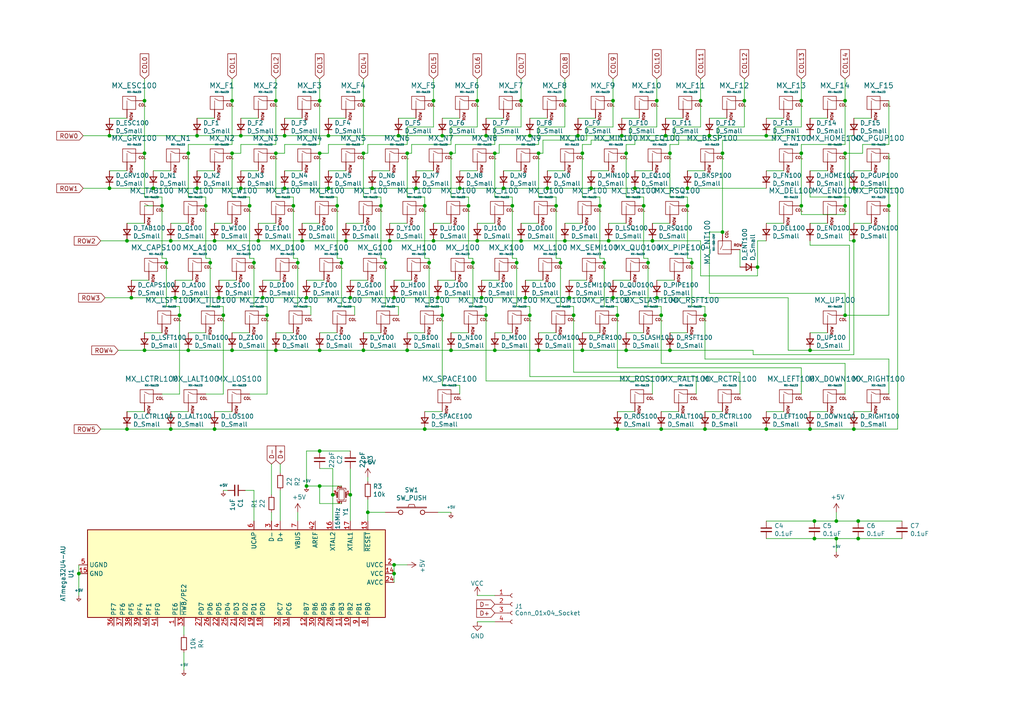
<source format=kicad_sch>
(kicad_sch (version 20230121) (generator eeschema)
  (paper "A4")
  (junction (at 242.57 156.21))
  (junction (at 82.55 54.61))
  (junction (at 125.73 69.85))
  (junction (at 64.77 91.44))
  (junction (at 148.59 59.69))
  (junction (at 111.76 76.2))
  (junction (at 242.57 151.13))
  (junction (at 130.81 44.45))
  (junction (at 166.37 91.44))
  (junction (at 234.95 101.6))
  (junction (at 80.01 101.6))
  (junction (at 101.6 86.36))
  (junction (at 156.21 101.6))
  (junction (at 181.61 44.45))
  (junction (at 118.11 101.6))
  (junction (at 247.65 124.46))
  (junction (at 176.53 69.85))
  (junction (at 140.97 39.37))
  (junction (at 80.01 44.45))
  (junction (at 187.96 76.2))
  (junction (at 62.23 69.85))
  (junction (at 162.56 76.2))
  (junction (at 168.91 44.45))
  (junction (at 105.41 101.6))
  (junction (at 219.71 77.47))
  (junction (at 236.22 151.13))
  (junction (at 48.26 76.2))
  (junction (at 120.65 54.61))
  (junction (at 199.39 54.61))
  (junction (at 191.77 124.46))
  (junction (at 92.71 130.81))
  (junction (at 236.22 156.21))
  (junction (at 139.7 86.36))
  (junction (at 50.8 86.36))
  (junction (at 203.2 29.21))
  (junction (at 54.61 101.6))
  (junction (at 57.15 39.37))
  (junction (at 200.66 76.2))
  (junction (at 215.9 29.21))
  (junction (at 143.51 101.6))
  (junction (at 180.34 39.37))
  (junction (at 149.86 76.2))
  (junction (at 41.91 101.6))
  (junction (at 69.85 39.37))
  (junction (at 107.95 54.61))
  (junction (at 36.83 124.46))
  (junction (at 193.04 39.37))
  (junction (at 184.15 54.61))
  (junction (at 247.65 54.61))
  (junction (at 105.41 44.45))
  (junction (at 62.23 124.46))
  (junction (at 199.39 59.69))
  (junction (at 76.2 86.36))
  (junction (at 222.25 39.37))
  (junction (at 72.39 59.69))
  (junction (at 153.67 91.44))
  (junction (at 60.96 76.2))
  (junction (at 247.65 69.85))
  (junction (at 82.55 39.37))
  (junction (at 161.29 59.69))
  (junction (at 123.19 124.46))
  (junction (at 232.41 29.21))
  (junction (at 74.93 69.85))
  (junction (at 63.5 86.36))
  (junction (at 130.81 101.6))
  (junction (at 245.11 29.21))
  (junction (at 113.03 69.85))
  (junction (at 165.1 86.36))
  (junction (at 92.71 44.45))
  (junction (at 232.41 44.45))
  (junction (at 190.5 86.36))
  (junction (at 177.8 86.36))
  (junction (at 115.57 39.37))
  (junction (at 205.74 39.37))
  (junction (at 77.47 91.44))
  (junction (at 156.21 44.45))
  (junction (at 209.55 44.45))
  (junction (at 106.68 148.59))
  (junction (at 179.07 91.44))
  (junction (at 222.25 124.46))
  (junction (at 67.31 101.6))
  (junction (at 140.97 91.44))
  (junction (at 110.49 59.69))
  (junction (at 99.06 76.2))
  (junction (at 138.43 69.85))
  (junction (at 59.69 59.69))
  (junction (at 114.3 163.83))
  (junction (at 248.92 151.13))
  (junction (at 31.75 54.61))
  (junction (at 92.71 140.97))
  (junction (at 36.83 69.85))
  (junction (at 80.01 29.21))
  (junction (at 127 86.36))
  (junction (at 186.69 59.69))
  (junction (at 194.31 101.6))
  (junction (at 86.36 76.2))
  (junction (at 114.3 86.36))
  (junction (at 257.81 59.69))
  (junction (at 232.41 59.69))
  (junction (at 128.27 91.44))
  (junction (at 87.63 69.85))
  (junction (at 57.15 54.61))
  (junction (at 95.25 54.61))
  (junction (at 95.25 39.37))
  (junction (at 69.85 54.61))
  (junction (at 100.33 69.85))
  (junction (at 88.9 86.36))
  (junction (at 96.52 143.51))
  (junction (at 38.1 86.36))
  (junction (at 125.73 29.21))
  (junction (at 158.75 54.61))
  (junction (at 177.8 29.21))
  (junction (at 92.71 29.21))
  (junction (at 123.19 59.69))
  (junction (at 85.09 59.69))
  (junction (at 163.83 69.85))
  (junction (at 204.47 91.44))
  (junction (at 245.11 91.44))
  (junction (at 151.13 69.85))
  (junction (at 49.53 69.85))
  (junction (at 191.77 91.44))
  (junction (at 124.46 76.2))
  (junction (at 153.67 39.37))
  (junction (at 163.83 29.21))
  (junction (at 22.86 166.37))
  (junction (at 44.45 54.61))
  (junction (at 49.53 124.46))
  (junction (at 54.61 44.45))
  (junction (at 97.79 59.69))
  (junction (at 128.27 39.37))
  (junction (at 248.92 156.21))
  (junction (at 204.47 124.46))
  (junction (at 31.75 39.37))
  (junction (at 190.5 29.21))
  (junction (at 189.23 69.85))
  (junction (at 67.31 29.21))
  (junction (at 135.89 59.69))
  (junction (at 245.11 59.69))
  (junction (at 245.11 44.45))
  (junction (at 194.31 44.45))
  (junction (at 173.99 59.69))
  (junction (at 114.3 166.37))
  (junction (at 105.41 29.21))
  (junction (at 73.66 76.2))
  (junction (at 138.43 29.21))
  (junction (at 146.05 54.61))
  (junction (at 171.45 54.61))
  (junction (at 152.4 86.36))
  (junction (at 179.07 124.46))
  (junction (at 67.31 44.45))
  (junction (at 168.91 101.6))
  (junction (at 41.91 29.21))
  (junction (at 88.9 140.97))
  (junction (at 234.95 124.46))
  (junction (at 151.13 29.21))
  (junction (at 92.71 101.6))
  (junction (at 118.11 44.45))
  (junction (at 101.6 143.51))
  (junction (at 181.61 101.6))
  (junction (at 143.51 44.45))
  (junction (at 133.35 54.61))
  (junction (at 175.26 76.2))
  (junction (at 167.64 39.37))
  (junction (at 41.91 44.45))
  (junction (at 52.07 91.44))
  (junction (at 209.55 67.31))
  (junction (at 46.99 59.69))
  (junction (at 137.16 76.2))
  (wire (pts (xy 107.95 54.61) (xy 120.65 54.61)))
  (wire (pts (xy 143.51 41.91) (xy 132.08 41.91)))
  (wire (pts (xy 224.79 40.64) (xy 209.55 40.64)))
  (wire (pts (xy 222.25 119.38) (xy 227.33 119.38)))
  (wire (pts (xy 168.91 44.45) (xy 168.91 57.15)))
  (wire (pts (xy 92.71 44.45) (xy 92.71 57.15)))
  (wire (pts (xy 143.51 101.6) (xy 156.21 101.6)))
  (wire (pts (xy 63.5 81.28) (xy 68.58 81.28)))
  (wire (pts (xy 38.1 86.36) (xy 30.48 86.36)))
  (wire (pts (xy 242.57 148.59) (xy 242.57 151.13)))
  (wire (pts (xy 31.75 39.37) (xy 57.15 39.37)))
  (wire (pts (xy 95.25 44.45) (xy 92.71 44.45)))
  (wire (pts (xy 80.01 101.6) (xy 92.71 101.6)))
  (wire (pts (xy 69.85 39.37) (xy 82.55 39.37)))
  (wire (pts (xy 204.47 88.9) (xy 204.47 91.44)))
  (wire (pts (xy 73.66 76.2) (xy 73.66 88.9)))
  (wire (pts (xy 184.15 54.61) (xy 199.39 54.61)))
  (wire (pts (xy 222.25 151.13) (xy 236.22 151.13)))
  (wire (pts (xy 168.91 96.52) (xy 173.99 96.52)))
  (wire (pts (xy 49.53 119.38) (xy 54.61 119.38)))
  (wire (pts (xy 245.11 44.45) (xy 250.19 44.45)))
  (wire (pts (xy 125.73 36.83) (xy 118.11 36.83)))
  (wire (pts (xy 36.83 119.38) (xy 41.91 119.38)))
  (wire (pts (xy 66.04 142.24) (xy 64.77 142.24)))
  (wire (pts (xy 247.65 34.29) (xy 252.73 34.29)))
  (wire (pts (xy 72.39 74.93) (xy 73.66 74.93)))
  (wire (pts (xy 106.68 41.91) (xy 106.68 44.45)))
  (wire (pts (xy 123.19 74.93) (xy 123.19 59.69)))
  (wire (pts (xy 101.6 143.51) (xy 101.6 151.13)))
  (wire (pts (xy 153.67 34.29) (xy 158.75 34.29)))
  (wire (pts (xy 222.25 64.77) (xy 227.33 64.77)))
  (wire (pts (xy 196.85 41.91) (xy 194.31 41.91)))
  (wire (pts (xy 74.93 64.77) (xy 80.01 64.77)))
  (wire (pts (xy 99.06 74.93) (xy 99.06 76.2)))
  (wire (pts (xy 153.67 39.37) (xy 167.64 39.37)))
  (wire (pts (xy 67.31 29.21) (xy 67.31 41.91)))
  (wire (pts (xy 106.68 151.13) (xy 106.68 148.59)))
  (wire (pts (xy 153.67 109.22) (xy 201.93 109.22)))
  (wire (pts (xy 60.96 88.9) (xy 64.77 88.9)))
  (wire (pts (xy 152.4 86.36) (xy 165.1 86.36)))
  (wire (pts (xy 55.88 81.28) (xy 50.8 81.28)))
  (wire (pts (xy 205.74 67.31) (xy 205.74 85.09)))
  (wire (pts (xy 177.8 29.21) (xy 177.8 36.83)))
  (wire (pts (xy 232.41 36.83) (xy 224.79 36.83)))
  (wire (pts (xy 260.35 54.61) (xy 247.65 54.61)))
  (wire (pts (xy 163.83 22.86) (xy 163.83 29.21)))
  (wire (pts (xy 184.15 41.91) (xy 184.15 40.64)))
  (wire (pts (xy 63.5 86.36) (xy 50.8 86.36)))
  (wire (pts (xy 245.11 62.23) (xy 245.11 59.69)))
  (wire (pts (xy 46.99 57.15) (xy 46.99 59.69)))
  (wire (pts (xy 246.38 39.37) (xy 247.65 39.37)))
  (wire (pts (xy 163.83 64.77) (xy 168.91 64.77)))
  (wire (pts (xy 190.5 22.86) (xy 190.5 29.21)))
  (wire (pts (xy 234.95 54.61) (xy 234.95 57.15)))
  (wire (pts (xy 69.85 34.29) (xy 74.93 34.29)))
  (wire (pts (xy 204.47 104.14) (xy 204.47 91.44)))
  (wire (pts (xy 146.05 49.53) (xy 151.13 49.53)))
  (wire (pts (xy 200.66 88.9) (xy 204.47 88.9)))
  (wire (pts (xy 222.25 49.53) (xy 227.33 49.53)))
  (wire (pts (xy 191.77 124.46) (xy 204.47 124.46)))
  (wire (pts (xy 181.61 96.52) (xy 186.69 96.52)))
  (wire (pts (xy 232.41 59.69) (xy 232.41 44.45)))
  (wire (pts (xy 144.78 44.45) (xy 143.51 44.45)))
  (wire (pts (xy 64.77 88.9) (xy 64.77 91.44)))
  (wire (pts (xy 41.91 96.52) (xy 46.99 96.52)))
  (wire (pts (xy 186.69 59.69) (xy 186.69 74.93)))
  (wire (pts (xy 41.91 57.15) (xy 46.99 57.15)))
  (wire (pts (xy 80.01 41.91) (xy 69.85 41.91)))
  (wire (pts (xy 224.79 36.83) (xy 224.79 40.64)))
  (wire (pts (xy 181.61 57.15) (xy 186.69 57.15)))
  (wire (pts (xy 41.91 101.6) (xy 54.61 101.6)))
  (wire (pts (xy 137.16 76.2) (xy 137.16 88.9)))
  (wire (pts (xy 139.7 81.28) (xy 144.78 81.28)))
  (wire (pts (xy 156.21 101.6) (xy 168.91 101.6)))
  (wire (pts (xy 52.07 114.3) (xy 46.99 114.3)))
  (wire (pts (xy 57.15 49.53) (xy 62.23 49.53)))
  (wire (pts (xy 138.43 64.77) (xy 143.51 64.77)))
  (wire (pts (xy 149.86 88.9) (xy 153.67 88.9)))
  (wire (pts (xy 245.11 29.21) (xy 245.11 41.91)))
  (wire (pts (xy 184.15 49.53) (xy 189.23 49.53)))
  (wire (pts (xy 80.01 101.6) (xy 67.31 101.6)))
  (wire (pts (xy 57.15 54.61) (xy 44.45 54.61)))
  (wire (pts (xy 92.71 130.81) (xy 88.9 130.81)))
  (wire (pts (xy 60.96 76.2) (xy 60.96 88.9)))
  (wire (pts (xy 36.83 124.46) (xy 49.53 124.46)))
  (wire (pts (xy 128.27 88.9) (xy 128.27 91.44)))
  (wire (pts (xy 41.91 29.21) (xy 41.91 44.45)))
  (wire (pts (xy 62.23 124.46) (xy 123.19 124.46)))
  (wire (pts (xy 31.75 49.53) (xy 36.83 49.53)))
  (wire (pts (xy 97.79 74.93) (xy 99.06 74.93)))
  (wire (pts (xy 76.2 81.28) (xy 81.28 81.28)))
  (wire (pts (xy 242.57 156.21) (xy 242.57 160.02)))
  (wire (pts (xy 205.74 39.37) (xy 222.25 39.37)))
  (wire (pts (xy 102.87 88.9) (xy 102.87 91.44)))
  (wire (pts (xy 135.89 59.69) (xy 135.89 74.93)))
  (wire (pts (xy 81.28 134.62) (xy 81.28 137.16)))
  (wire (pts (xy 113.03 69.85) (xy 125.73 69.85)))
  (wire (pts (xy 86.36 76.2) (xy 86.36 74.93)))
  (wire (pts (xy 203.2 80.01) (xy 219.71 80.01)))
  (wire (pts (xy 151.13 64.77) (xy 156.21 64.77)))
  (wire (pts (xy 184.15 40.64) (xy 195.58 40.64)))
  (wire (pts (xy 119.38 41.91) (xy 119.38 44.45)))
  (wire (pts (xy 80.01 96.52) (xy 85.09 96.52)))
  (wire (pts (xy 54.61 64.77) (xy 49.53 64.77)))
  (wire (pts (xy 72.39 57.15) (xy 72.39 59.69)))
  (wire (pts (xy 118.11 36.83) (xy 118.11 41.91)))
  (wire (pts (xy 199.39 59.69) (xy 199.39 74.93)))
  (wire (pts (xy 161.29 57.15) (xy 161.29 59.69)))
  (wire (pts (xy 234.95 57.15) (xy 246.38 57.15)))
  (wire (pts (xy 69.85 44.45) (xy 67.31 44.45)))
  (wire (pts (xy 73.66 142.24) (xy 71.12 142.24)))
  (wire (pts (xy 118.11 163.83) (xy 114.3 163.83)))
  (wire (pts (xy 234.95 101.6) (xy 246.38 101.6)))
  (wire (pts (xy 101.6 135.89) (xy 101.6 143.51)))
  (wire (pts (xy 86.36 88.9) (xy 90.17 88.9)))
  (wire (pts (xy 31.75 54.61) (xy 44.45 54.61)))
  (wire (pts (xy 118.11 101.6) (xy 130.81 101.6)))
  (wire (pts (xy 62.23 69.85) (xy 74.93 69.85)))
  (wire (pts (xy 250.19 44.45) (xy 250.19 41.91)))
  (wire (pts (xy 205.74 34.29) (xy 210.82 34.29)))
  (wire (pts (xy 95.25 34.29) (xy 100.33 34.29)))
  (wire (pts (xy 189.23 69.85) (xy 203.2 69.85)))
  (wire (pts (xy 190.5 86.36) (xy 228.6 86.36)))
  (wire (pts (xy 182.88 36.83) (xy 190.5 36.83)))
  (wire (pts (xy 105.41 44.45) (xy 105.41 57.15)))
  (wire (pts (xy 77.47 91.44) (xy 77.47 88.9)))
  (wire (pts (xy 163.83 29.21) (xy 163.83 36.83)))
  (wire (pts (xy 123.19 124.46) (xy 179.07 124.46)))
  (wire (pts (xy 144.78 41.91) (xy 144.78 44.45)))
  (wire (pts (xy 201.93 109.22) (xy 201.93 114.3)))
  (wire (pts (xy 82.55 41.91) (xy 92.71 41.91)))
  (wire (pts (xy 125.73 69.85) (xy 138.43 69.85)))
  (wire (pts (xy 59.69 59.69) (xy 59.69 57.15)))
  (wire (pts (xy 54.61 96.52) (xy 59.69 96.52)))
  (wire (pts (xy 128.27 39.37) (xy 140.97 39.37)))
  (wire (pts (xy 196.85 40.64) (xy 196.85 41.91)))
  (wire (pts (xy 111.76 76.2) (xy 111.76 74.93)))
  (wire (pts (xy 82.55 49.53) (xy 87.63 49.53)))
  (wire (pts (xy 199.39 57.15) (xy 199.39 59.69)))
  (wire (pts (xy 59.69 57.15) (xy 54.61 57.15)))
  (wire (pts (xy 228.6 86.36) (xy 228.6 101.6)))
  (wire (pts (xy 179.07 91.44) (xy 179.07 106.68)))
  (wire (pts (xy 124.46 88.9) (xy 128.27 88.9)))
  (wire (pts (xy 171.45 49.53) (xy 176.53 49.53)))
  (wire (pts (xy 219.71 69.85) (xy 222.25 69.85)))
  (wire (pts (xy 110.49 74.93) (xy 110.49 59.69)))
  (wire (pts (xy 78.74 151.13) (xy 78.74 148.59)))
  (wire (pts (xy 119.38 44.45) (xy 118.11 44.45)))
  (wire (pts (xy 73.66 88.9) (xy 77.47 88.9)))
  (wire (pts (xy 153.67 88.9) (xy 153.67 91.44)))
  (wire (pts (xy 92.71 101.6) (xy 105.41 101.6)))
  (wire (pts (xy 114.3 81.28) (xy 119.38 81.28)))
  (wire (pts (xy 193.04 34.29) (xy 198.12 34.29)))
  (wire (pts (xy 105.41 57.15) (xy 110.49 57.15)))
  (wire (pts (xy 140.97 34.29) (xy 146.05 34.29)))
  (wire (pts (xy 181.61 44.45) (xy 181.61 41.91)))
  (wire (pts (xy 247.65 124.46) (xy 260.35 124.46)))
  (wire (pts (xy 77.47 91.44) (xy 77.47 114.3)))
  (wire (pts (xy 125.73 29.21) (xy 125.73 36.83)))
  (wire (pts (xy 85.09 74.93) (xy 85.09 59.69)))
  (wire (pts (xy 203.2 22.86) (xy 203.2 29.21)))
  (wire (pts (xy 114.3 168.91) (xy 114.3 166.37)))
  (wire (pts (xy 200.66 74.93) (xy 200.66 76.2)))
  (wire (pts (xy 86.36 151.13) (xy 86.36 148.59)))
  (wire (pts (xy 95.25 41.91) (xy 95.25 44.45)))
  (wire (pts (xy 246.38 71.12) (xy 234.95 71.12)))
  (wire (pts (xy 214.63 107.95) (xy 166.37 107.95)))
  (wire (pts (xy 245.11 91.44) (xy 257.81 91.44)))
  (wire (pts (xy 92.71 96.52) (xy 97.79 96.52)))
  (wire (pts (xy 138.43 69.85) (xy 151.13 69.85)))
  (wire (pts (xy 163.83 36.83) (xy 156.21 36.83)))
  (wire (pts (xy 156.21 96.52) (xy 161.29 96.52)))
  (wire (pts (xy 236.22 156.21) (xy 242.57 156.21)))
  (wire (pts (xy 111.76 88.9) (xy 115.57 88.9)))
  (wire (pts (xy 143.51 44.45) (xy 143.51 57.15)))
  (wire (pts (xy 179.07 106.68) (xy 232.41 106.68)))
  (wire (pts (xy 214.63 114.3) (xy 214.63 107.95)))
  (wire (pts (xy 114.3 86.36) (xy 127 86.36)))
  (wire (pts (xy 257.81 104.14) (xy 257.81 114.3)))
  (wire (pts (xy 60.96 76.2) (xy 60.96 74.93)))
  (wire (pts (xy 156.21 36.83) (xy 156.21 41.91)))
  (wire (pts (xy 234.95 49.53) (xy 240.03 49.53)))
  (wire (pts (xy 100.33 64.77) (xy 105.41 64.77)))
  (wire (pts (xy 99.06 88.9) (xy 102.87 88.9)))
  (wire (pts (xy 137.16 74.93) (xy 137.16 76.2)))
  (wire (pts (xy 124.46 76.2) (xy 124.46 88.9)))
  (wire (pts (xy 67.31 44.45) (xy 67.31 57.15)))
  (wire (pts (xy 24.13 54.61) (xy 31.75 54.61)))
  (wire (pts (xy 97.79 57.15) (xy 97.79 59.69)))
  (wire (pts (xy 177.8 81.28) (xy 182.88 81.28)))
  (wire (pts (xy 205.74 85.09) (xy 245.11 85.09)))
  (wire (pts (xy 90.17 88.9) (xy 90.17 91.44)))
  (wire (pts (xy 179.07 124.46) (xy 191.77 124.46)))
  (wire (pts (xy 245.11 114.3) (xy 245.11 105.41)))
  (wire (pts (xy 41.91 44.45) (xy 41.91 57.15)))
  (wire (pts (xy 133.35 54.61) (xy 146.05 54.61)))
  (wire (pts (xy 149.86 74.93) (xy 149.86 76.2)))
  (wire (pts (xy 80.01 57.15) (xy 80.01 44.45)))
  (wire (pts (xy 162.56 88.9) (xy 166.37 88.9)))
  (wire (pts (xy 46.99 59.69) (xy 46.99 74.93)))
  (wire (pts (xy 96.52 135.89) (xy 92.71 135.89)))
  (wire (pts (xy 88.9 140.97) (xy 92.71 140.97)))
  (wire (pts (xy 76.2 86.36) (xy 88.9 86.36)))
  (wire (pts (xy 261.62 156.21) (xy 248.92 156.21)))
  (wire (pts (xy 215.9 36.83) (xy 208.28 36.83)))
  (wire (pts (xy 80.01 29.21) (xy 80.01 41.91)))
  (wire (pts (xy 99.06 146.05) (xy 92.71 146.05)))
  (wire (pts (xy 105.41 29.21) (xy 105.41 41.91)))
  (wire (pts (xy 97.79 59.69) (xy 97.79 74.93)))
  (wire (pts (xy 151.13 69.85) (xy 163.83 69.85)))
  (wire (pts (xy 41.91 59.69) (xy 46.99 59.69)))
  (wire (pts (xy 99.06 76.2) (xy 99.06 88.9)))
  (wire (pts (xy 171.45 54.61) (xy 184.15 54.61)))
  (wire (pts (xy 127 81.28) (xy 132.08 81.28)))
  (wire (pts (xy 99.06 140.97) (xy 92.71 140.97)))
  (wire (pts (xy 57.15 54.61) (xy 69.85 54.61)))
  (wire (pts (xy 105.41 96.52) (xy 110.49 96.52)))
  (wire (pts (xy 128.27 111.76) (xy 133.35 111.76)))
  (wire (pts (xy 246.38 69.85) (xy 247.65 69.85)))
  (wire (pts (xy 101.6 81.28) (xy 106.68 81.28)))
  (wire (pts (xy 222.25 156.21) (xy 236.22 156.21)))
  (wire (pts (xy 138.43 22.86) (xy 138.43 29.21)))
  (wire (pts (xy 130.81 36.83) (xy 130.81 41.91)))
  (wire (pts (xy 189.23 64.77) (xy 194.31 64.77)))
  (wire (pts (xy 67.31 119.38) (xy 62.23 119.38)))
  (wire (pts (xy 118.11 96.52) (xy 123.19 96.52)))
  (wire (pts (xy 195.58 40.64) (xy 195.58 36.83)))
  (wire (pts (xy 219.71 77.47) (xy 219.71 69.85)))
  (wire (pts (xy 153.67 91.44) (xy 153.67 109.22)))
  (wire (pts (xy 138.43 29.21) (xy 138.43 36.83)))
  (wire (pts (xy 181.61 44.45) (xy 181.61 57.15)))
  (wire (pts (xy 209.55 44.45) (xy 209.55 67.31)))
  (wire (pts (xy 257.81 104.14) (xy 204.47 104.14)))
  (wire (pts (xy 105.41 22.86) (xy 105.41 29.21)))
  (wire (pts (xy 73.66 74.93) (xy 73.66 76.2)))
  (wire (pts (xy 151.13 29.21) (xy 151.13 36.83)))
  (wire (pts (xy 82.55 34.29) (xy 87.63 34.29)))
  (wire (pts (xy 148.59 74.93) (xy 149.86 74.93)))
  (wire (pts (xy 82.55 39.37) (xy 95.25 39.37)))
  (wire (pts (xy 149.86 76.2) (xy 149.86 88.9)))
  (wire (pts (xy 123.19 57.15) (xy 123.19 59.69)))
  (wire (pts (xy 209.55 67.31) (xy 205.74 67.31)))
  (wire (pts (xy 171.45 40.64) (xy 182.88 40.64)))
  (wire (pts (xy 156.21 57.15) (xy 161.29 57.15)))
  (wire (pts (xy 222.25 39.37) (xy 234.95 39.37)))
  (wire (pts (xy 101.6 86.36) (xy 114.3 86.36)))
  (wire (pts (xy 199.39 74.93) (xy 200.66 74.93)))
  (wire (pts (xy 95.25 39.37) (xy 115.57 39.37)))
  (wire (pts (xy 199.39 49.53) (xy 204.47 49.53)))
  (wire (pts (xy 140.97 39.37) (xy 153.67 39.37)))
  (wire (pts (xy 257.81 91.44) (xy 257.81 59.69)))
  (wire (pts (xy 87.63 64.77) (xy 92.71 64.77)))
  (wire (pts (xy 215.9 29.21) (xy 215.9 36.83)))
  (wire (pts (xy 234.95 119.38) (xy 240.03 119.38)))
  (wire (pts (xy 92.71 57.15) (xy 97.79 57.15)))
  (wire (pts (xy 214.63 72.39) (xy 214.63 77.47)))
  (wire (pts (xy 190.5 36.83) (xy 190.5 29.21)))
  (wire (pts (xy 118.11 44.45) (xy 118.11 57.15)))
  (wire (pts (xy 247.65 54.61) (xy 246.38 54.61)))
  (wire (pts (xy 165.1 86.36) (xy 177.8 86.36)))
  (wire (pts (xy 208.28 36.83) (xy 208.28 40.64)))
  (wire (pts (xy 236.22 151.13) (xy 242.57 151.13)))
  (wire (pts (xy 245.11 41.91) (xy 232.41 41.91)))
  (wire (pts (xy 106.68 44.45) (xy 105.41 44.45)))
  (wire (pts (xy 72.39 96.52) (xy 67.31 96.52)))
  (wire (pts (xy 69.85 41.91) (xy 69.85 44.45)))
  (wire (pts (xy 242.57 156.21) (xy 248.92 156.21)))
  (wire (pts (xy 247.65 102.87) (xy 247.65 69.85)))
  (wire (pts (xy 232.41 59.69) (xy 232.41 62.23)))
  (wire (pts (xy 114.3 166.37) (xy 114.3 163.83)))
  (wire (pts (xy 95.25 49.53) (xy 100.33 49.53)))
  (wire (pts (xy 115.57 34.29) (xy 120.65 34.29)))
  (wire (pts (xy 245.11 105.41) (xy 191.77 105.41)))
  (wire (pts (xy 234.95 124.46) (xy 247.65 124.46)))
  (wire (pts (xy 165.1 81.28) (xy 170.18 81.28)))
  (wire (pts (xy 111.76 74.93) (xy 110.49 74.93)))
  (wire (pts (xy 22.86 166.37) (xy 22.86 172.72)))
  (wire (pts (xy 63.5 86.36) (xy 76.2 86.36)))
  (wire (pts (xy 120.65 54.61) (xy 133.35 54.61)))
  (wire (pts (xy 193.04 39.37) (xy 205.74 39.37)))
  (wire (pts (xy 118.11 57.15) (xy 123.19 57.15)))
  (wire (pts (xy 176.53 69.85) (xy 189.23 69.85)))
  (wire (pts (xy 67.31 41.91) (xy 54.61 41.91)))
  (wire (pts (xy 257.81 41.91) (xy 257.81 29.21)))
  (wire (pts (xy 167.64 34.29) (xy 172.72 34.29)))
  (wire (pts (xy 41.91 101.6) (xy 34.29 101.6)))
  (wire (pts (xy 113.03 64.77) (xy 118.11 64.77)))
  (wire (pts (xy 48.26 88.9) (xy 52.07 88.9)))
  (wire (pts (xy 175.26 74.93) (xy 173.99 74.93)))
  (wire (pts (xy 106.68 139.7) (xy 106.68 138.43)))
  (wire (pts (xy 195.58 81.28) (xy 190.5 81.28)))
  (wire (pts (xy 234.95 96.52) (xy 240.03 96.52)))
  (wire (pts (xy 138.43 172.72) (xy 143.51 172.72)))
  (wire (pts (xy 194.31 41.91) (xy 194.31 44.45)))
  (wire (pts (xy 80.01 22.86) (xy 80.01 29.21)))
  (wire (pts (xy 36.83 64.77) (xy 41.91 64.77)))
  (wire (pts (xy 219.71 80.01) (xy 219.71 77.47)))
  (wire (pts (xy 167.64 39.37) (xy 180.34 39.37)))
  (wire (pts (xy 260.35 124.46) (xy 260.35 54.61)))
  (wire (pts (xy 106.68 144.78) (xy 106.68 148.59)))
  (wire (pts (xy 62.23 64.77) (xy 67.31 64.77)))
  (wire (pts (xy 245.11 85.09) (xy 245.11 91.44)))
  (wire (pts (xy 157.48 40.64) (xy 170.18 40.64)))
  (wire (pts (xy 143.51 57.15) (xy 148.59 57.15)))
  (wire (pts (xy 232.41 29.21) (xy 232.41 36.83)))
  (wire (pts (xy 130.81 96.52) (xy 135.89 96.52)))
  (wire (pts (xy 257.81 59.69) (xy 257.81 44.45)))
  (wire (pts (xy 128.27 34.29) (xy 133.35 34.29)))
  (wire (pts (xy 146.05 54.61) (xy 158.75 54.61)))
  (wire (pts (xy 57.15 34.29) (xy 62.23 34.29)))
  (wire (pts (xy 115.57 39.37) (xy 128.27 39.37)))
  (wire (pts (xy 245.11 22.86) (xy 245.11 29.21)))
  (wire (pts (xy 137.16 88.9) (xy 140.97 88.9)))
  (wire (pts (xy 120.65 49.53) (xy 125.73 49.53)))
  (wire (pts (xy 179.07 119.38) (xy 184.15 119.38)))
  (wire (pts (xy 88.9 130.81) (xy 88.9 140.97)))
  (wire (pts (xy 246.38 57.15) (xy 246.38 69.85)))
  (wire (pts (xy 52.07 91.44) (xy 52.07 114.3)))
  (wire (pts (xy 158.75 49.53) (xy 163.83 49.53)))
  (wire (pts (xy 74.93 69.85) (xy 87.63 69.85)))
  (wire (pts (xy 209.55 40.64) (xy 209.55 44.45)))
  (wire (pts (xy 82.55 54.61) (xy 95.25 54.61)))
  (wire (pts (xy 248.92 151.13) (xy 261.62 151.13)))
  (wire (pts (xy 135.89 57.15) (xy 135.89 59.69)))
  (wire (pts (xy 232.41 22.86) (xy 232.41 29.21)))
  (wire (pts (xy 124.46 74.93) (xy 123.19 74.93)))
  (wire (pts (xy 218.44 101.6) (xy 218.44 102.87)))
  (wire (pts (xy 194.31 44.45) (xy 194.31 57.15)))
  (wire (pts (xy 242.57 151.13) (xy 248.92 151.13)))
  (wire (pts (xy 127 86.36) (xy 139.7 86.36)))
  (wire (pts (xy 162.56 76.2) (xy 162.56 88.9)))
  (wire (pts (xy 130.81 41.91) (xy 119.38 41.91)))
  (wire (pts (xy 234.95 34.29) (xy 240.03 34.29)))
  (wire (pts (xy 133.35 49.53) (xy 138.43 49.53)))
  (wire (pts (xy 175.26 76.2) (xy 175.26 74.93)))
  (wire (pts (xy 86.36 76.2) (xy 86.36 88.9)))
  (wire (pts (xy 232.41 62.23) (xy 245.11 62.23)))
  (wire (pts (xy 168.91 57.15) (xy 173.99 57.15)))
  (wire (pts (xy 191.77 88.9) (xy 191.77 91.44)))
  (wire (pts (xy 168.91 41.91) (xy 171.45 41.91)))
  (wire (pts (xy 246.38 54.61) (xy 246.38 39.37)))
  (wire (pts (xy 228.6 101.6) (xy 234.95 101.6)))
  (wire (pts (xy 72.39 114.3) (xy 77.47 114.3)))
  (wire (pts (xy 215.9 22.86) (xy 215.9 29.21)))
  (wire (pts (xy 187.96 76.2) (xy 187.96 88.9)))
  (wire (pts (xy 157.48 40.64) (xy 157.48 44.45)))
  (wire (pts (xy 152.4 81.28) (xy 157.48 81.28)))
  (wire (pts (xy 96.52 143.51) (xy 96.52 135.89)))
  (wire (pts (xy 100.33 69.85) (xy 113.03 69.85)))
  (wire (pts (xy 54.61 41.91) (xy 54.61 44.45)))
  (wire (pts (xy 245.11 59.69) (xy 245.11 44.45)))
  (wire (pts (xy 204.47 119.38) (xy 209.55 119.38)))
  (wire (pts (xy 140.97 88.9) (xy 140.97 91.44)))
  (wire (pts (xy 171.45 41.91) (xy 171.45 40.64)))
  (wire (pts (xy 38.1 81.28) (xy 43.18 81.28)))
  (wire (pts (xy 218.44 102.87) (xy 247.65 102.87)))
  (wire (pts (xy 125.73 22.86) (xy 125.73 29.21)))
  (wire (pts (xy 54.61 57.15) (xy 54.61 44.45)))
  (wire (pts (xy 170.18 40.64) (xy 170.18 36.83)))
  (wire (pts (xy 73.66 142.24) (xy 73.66 151.13)))
  (wire (pts (xy 67.31 57.15) (xy 72.39 57.15)))
  (wire (pts (xy 96.52 151.13) (xy 96.52 143.51)))
  (wire (pts (xy 180.34 34.29) (xy 185.42 34.29)))
  (wire (pts (xy 168.91 101.6) (xy 181.61 101.6)))
  (wire (pts (xy 41.91 29.21) (xy 41.91 22.86)))
  (wire (pts (xy 101.6 130.81) (xy 92.71 130.81)))
  (wire (pts (xy 194.31 57.15) (xy 199.39 57.15)))
  (wire (pts (xy 115.57 88.9) (xy 115.57 91.44)))
  (wire (pts (xy 200.66 76.2) (xy 200.66 88.9)))
  (wire (pts (xy 36.83 69.85) (xy 49.53 69.85)))
  (wire (pts (xy 232.41 41.91) (xy 232.41 44.45)))
  (wire (pts (xy 130.81 101.6) (xy 143.51 101.6)))
  (wire (pts (xy 36.83 124.46) (xy 29.21 124.46)))
  (wire (pts (xy 127 148.59) (xy 130.81 148.59)))
  (wire (pts (xy 177.8 36.83) (xy 170.18 36.83)))
  (wire (pts (xy 203.2 69.85) (xy 203.2 80.01)))
  (wire (pts (xy 64.77 91.44) (xy 64.77 114.3)))
  (wire (pts (xy 130.81 44.45) (xy 130.81 57.15)))
  (wire (pts (xy 38.1 86.36) (xy 50.8 86.36)))
  (wire (pts (xy 156.21 44.45) (xy 156.21 57.15)))
  (wire (pts (xy 175.26 88.9) (xy 175.26 76.2)))
  (wire (pts (xy 125.73 64.77) (xy 130.81 64.77)))
  (wire (pts (xy 194.31 96.52) (xy 199.39 96.52)))
  (wire (pts (xy 64.77 114.3) (xy 59.69 114.3)))
  (wire (pts (xy 161.29 74.93) (xy 162.56 74.93)))
  (wire (pts (xy 132.08 41.91) (xy 132.08 44.45)))
  (wire (pts (xy 111.76 148.59) (xy 106.68 148.59)))
  (wire (pts (xy 208.28 40.64) (xy 196.85 40.64)))
  (wire (pts (xy 176.53 64.77) (xy 181.61 64.77)))
  (wire (pts (xy 49.53 124.46) (xy 62.23 124.46)))
  (wire (pts (xy 246.38 101.6) (xy 246.38 71.12)))
  (wire (pts (xy 72.39 59.69) (xy 72.39 74.93)))
  (wire (pts (xy 186.69 74.93) (xy 187.96 74.93)))
  (wire (pts (xy 151.13 36.83) (xy 143.51 36.83)))
  (wire (pts (xy 204.47 124.46) (xy 222.25 124.46)))
  (wire (pts (xy 48.26 76.2) (xy 48.26 88.9)))
  (wire (pts (xy 88.9 81.28) (xy 93.98 81.28)))
  (wire (pts (xy 60.96 74.93) (xy 59.69 74.93)))
  (wire (pts (xy 180.34 39.37) (xy 193.04 39.37)))
  (wire (pts (xy 186.69 57.15) (xy 186.69 59.69)))
  (wire (pts (xy 232.41 106.68) (xy 232.41 114.3)))
  (wire (pts (xy 187.96 74.93) (xy 187.96 76.2)))
  (wire (pts (xy 250.19 41.91) (xy 257.81 41.91)))
  (wire (pts (xy 177.8 86.36) (xy 190.5 86.36)))
  (wire (pts (xy 110.49 57.15) (xy 110.49 59.69)))
  (wire (pts (xy 163.83 69.85) (xy 176.53 69.85)))
  (wire (pts (xy 46.99 74.93) (xy 48.26 74.93)))
  (wire (pts (xy 82.55 44.45) (xy 80.01 44.45)))
  (wire (pts (xy 162.56 74.93) (xy 162.56 76.2)))
  (wire (pts (xy 53.34 184.15) (xy 53.34 181.61)))
  (wire (pts (xy 123.19 119.38) (xy 128.27 119.38)))
  (wire (pts (xy 173.99 74.93) (xy 173.99 59.69)))
  (wire (pts (xy 168.91 44.45) (xy 168.91 41.91)))
  (wire (pts (xy 161.29 59.69) (xy 161.29 74.93)))
  (wire (pts (xy 87.63 69.85) (xy 100.33 69.85)))
  (wire (pts (xy 57.15 39.37) (xy 69.85 39.37)))
  (wire (pts (xy 69.85 49.53) (xy 74.93 49.53)))
  (wire (pts (xy 156.21 41.91) (xy 144.78 41.91)))
  (wire (pts (xy 203.2 36.83) (xy 203.2 29.21)))
  (wire (pts (xy 124.46 76.2) (xy 124.46 74.93)))
  (wire (pts (xy 49.53 49.53) (xy 44.45 49.53)))
  (wire (pts (xy 92.71 29.21) (xy 92.71 22.86)))
  (wire (pts (xy 48.26 74.93) (xy 48.26 76.2)))
  (wire (pts (xy 222.25 124.46) (xy 234.95 124.46)))
  (wire (pts (xy 118.11 41.91) (xy 106.68 41.91)))
  (wire (pts (xy 92.71 41.91) (xy 92.71 29.21)))
  (wire (pts (xy 92.71 146.05) (xy 92.71 140.97)))
  (wire (pts (xy 81.28 142.24) (xy 81.28 151.13)))
  (wire (pts (xy 139.7 86.36) (xy 152.4 86.36)))
  (wire (pts (xy 191.77 119.38) (xy 196.85 119.38)))
  (wire (pts (xy 54.61 101.6) (xy 67.31 101.6)))
  (wire (pts (xy 130.81 57.15) (xy 135.89 57.15)))
  (wire (pts (xy 86.36 74.93) (xy 85.09 74.93)))
  (wire (pts (xy 85.09 57.15) (xy 85.09 59.69)))
  (wire (pts (xy 69.85 54.61) (xy 82.55 54.61)))
  (wire (pts (xy 31.75 39.37) (xy 24.13 39.37)))
  (wire (pts (xy 59.69 74.93) (xy 59.69 59.69)))
  (wire (pts (xy 199.39 54.61) (xy 222.25 54.61)))
  (wire (pts (xy 143.51 36.83) (xy 143.51 41.91)))
  (wire (pts (xy 157.48 44.45) (xy 156.21 44.45)))
  (wire (pts (xy 135.89 74.93) (xy 137.16 74.93)))
  (wire (pts (xy 88.9 86.36) (xy 101.6 86.36)))
  (wire (pts (xy 85.09 57.15) (xy 80.01 57.15)))
  (wire (pts (xy 107.95 49.53) (xy 113.03 49.53)))
  (wire (pts (xy 78.74 134.62) (xy 78.74 143.51)))
  (wire (pts (xy 132.08 44.45) (xy 130.81 44.45)))
  (wire (pts (xy 166.37 88.9) (xy 166.37 91.44)))
  (wire (pts (xy 36.83 34.29) (xy 31.75 34.29)))
  (wire (pts (xy 52.07 88.9) (xy 52.07 91.44)))
  (wire (pts (xy 95.25 54.61) (xy 107.95 54.61)))
  (wire (pts (xy 247.65 64.77) (xy 252.73 64.77)))
  (wire (pts (xy 191.77 105.41) (xy 191.77 91.44)))
  (wire (pts (xy 247.65 49.53) (xy 252.73 49.53)))
  (wire (pts (xy 143.51 96.52) (xy 148.59 96.52)))
  (wire (pts (xy 189.23 110.49) (xy 189.23 114.3)))
  (wire (pts (xy 49.53 69.85) (xy 62.23 69.85)))
  (wire (pts (xy 189.23 110.49) (xy 140.97 110.49)))
  (wire (pts (xy 222.25 34.29) (xy 227.33 34.29)))
  (wire (pts (xy 182.88 40.64) (xy 182.88 36.83)))
  (wire (pts (xy 234.95 64.77) (xy 240.03 64.77)))
  (wire (pts (xy 194.31 101.6) (xy 218.44 101.6)))
  (wire (pts (xy 187.96 88.9) (xy 191.77 88.9)))
  (wire (pts (xy 177.8 22.86) (xy 177.8 29.21)))
  (wire (pts (xy 22.86 166.37) (xy 22.86 163.83)))
  (wire (pts (xy 151.13 22.86) (xy 151.13 29.21)))
  (wire (pts (xy 181.61 41.91) (xy 184.15 41.91)))
  (wire (pts (xy 53.34 194.31) (xy 53.34 189.23)))
  (wire (pts (xy 82.55 44.45) (xy 82.55 41.91)))
  (wire (pts (xy 138.43 180.34) (xy 143.51 180.34)))
  (wire (pts (xy 133.35 114.3) (xy 133.35 111.76)))
  (wire (pts (xy 179.07 88.9) (xy 175.26 88.9)))
  (wire (pts (xy 179.07 91.44) (xy 179.07 88.9)))
  (wire (pts (xy 166.37 107.95) (xy 166.37 91.44)))
  (wire (pts (xy 195.58 36.83) (xy 203.2 36.83)))
  (wire (pts (xy 140.97 110.49) (xy 140.97 91.44)))
  (wire (pts (xy 247.65 119.38) (xy 252.73 119.38)))
  (wire (pts (xy 234.95 71.12) (xy 234.95 69.85)))
  (wire (pts (xy 128.27 91.44) (xy 128.27 111.76)))
  (wire (pts (xy 181.61 101.6) (xy 194.31 101.6)))
  (wire (pts (xy 148.59 57.15) (xy 148.59 59.69)))
  (wire (pts (xy 67.31 29.21) (xy 67.31 22.86)))
  (wire (pts (xy 138.43 36.83) (xy 130.81 36.83)))
  (wire (pts (xy 105.41 101.6) (xy 118.11 101.6)))
  (wire (pts (xy 148.59 59.69) (xy 148.59 74.93)))
  (wire (pts (xy 36.83 69.85) (xy 29.21 69.85)))
  (wire (pts (xy 158.75 54.61) (xy 171.45 54.61)))
  (wire (pts (xy 105.41 41.91) (xy 95.25 41.91)))
  (wire (pts (xy 111.76 76.2) (xy 111.76 88.9)))
  (wire (pts (xy 173.99 57.15) (xy 173.99 59.69)))
  (global_label "COL12" (shape input) (at 215.9 22.86 90) (property "Intersheetrefs" "${INTERSHEET_REFS}" (effects hide)))
  (global_label "COL5" (shape input) (at 125.73 22.86 90) (property "Intersheetrefs" "${INTERSHEET_REFS}" (effects hide)))
  (global_label "COL13" (shape input) (at 232.41 22.86 90) (property "Intersheetrefs" "${INTERSHEET_REFS}" (effects hide)))
  (global_label "COL0" (shape input) (at 41.91 22.86 90) (property "Intersheetrefs" "${INTERSHEET_REFS}" (effects hide)))
  (global_label "ROW5" (shape input) (at 29.21 124.46 180) (property "Intersheetrefs" "${INTERSHEET_REFS}" (effects hide)))
  (global_label "ROW2" (shape input) (at 29.21 69.85 180) (property "Intersheetrefs" "${INTERSHEET_REFS}" (effects hide)))
  (global_label "D+" (shape input) (at 81.28 134.62 90) (property "Intersheetrefs" "${INTERSHEET_REFS}" (effects hide)))
  (global_label "COL9" (shape input) (at 177.8 22.86 90) (property "Intersheetrefs" "${INTERSHEET_REFS}" (effects hide)))
  (global_label "ROW1" (shape input) (at 24.13 54.61 180) (property "Intersheetrefs" "${INTERSHEET_REFS}" (effects hide)))
  (global_label "D-" (shape input) (at 143.51 175.26 180) (property "Intersheetrefs" "${INTERSHEET_REFS}" (effects hide)))
  (global_label "COL14" (shape input) (at 245.11 22.86 90) (property "Intersheetrefs" "${INTERSHEET_REFS}" (effects hide)))
  (global_label "COL2" (shape input) (at 80.01 22.86 90) (property "Intersheetrefs" "${INTERSHEET_REFS}" (effects hide)))
  (global_label "COL3" (shape input) (at 92.71 22.86 90) (property "Intersheetrefs" "${INTERSHEET_REFS}" (effects hide)))
  (global_label "COL1" (shape input) (at 67.31 22.86 90) (property "Intersheetrefs" "${INTERSHEET_REFS}" (effects hide)))
  (global_label "D+" (shape input) (at 143.51 177.8 180) (property "Intersheetrefs" "${INTERSHEET_REFS}" (effects hide)))
  (global_label "COL11" (shape input) (at 203.2 22.86 90) (property "Intersheetrefs" "${INTERSHEET_REFS}" (effects hide)))
  (global_label "ROW4" (shape input) (at 34.29 101.6 180) (property "Intersheetrefs" "${INTERSHEET_REFS}" (effects hide)))
  (global_label "COL4" (shape input) (at 105.41 22.86 90) (property "Intersheetrefs" "${INTERSHEET_REFS}" (effects hide)))
  (global_label "COL10" (shape input) (at 190.5 22.86 90) (property "Intersheetrefs" "${INTERSHEET_REFS}" (effects hide)))
  (global_label "ROW0" (shape input) (at 24.13 39.37 180) (property "Intersheetrefs" "${INTERSHEET_REFS}" (effects hide)))
  (global_label "COL8" (shape input) (at 163.83 22.86 90) (property "Intersheetrefs" "${INTERSHEET_REFS}" (effects hide)))
  (global_label "D-" (shape input) (at 78.74 134.62 90) (property "Intersheetrefs" "${INTERSHEET_REFS}" (effects hide)))
  (global_label "COL7" (shape input) (at 151.13 22.86 90) (property "Intersheetrefs" "${INTERSHEET_REFS}" (effects hide)))
  (global_label "ROW3" (shape input) (at 30.48 86.36 180) (property "Intersheetrefs" "${INTERSHEET_REFS}" (effects hide)))
  (global_label "COL6" (shape input) (at 138.43 22.86 90) (property "Intersheetrefs" "${INTERSHEET_REFS}" (effects hide)))
  (symbol (lib_id "ramau80aisoworkbench1-rescue:ATmega32U4-AU-MCU_Microchip_ATmega") (at 68.58 166.37 270) (unit 1)
    (property "Reference" "U1" (at 20.5994 166.37 0))
    (property "Value" "ATmega32U4-AU" (at 18.288 166.37 0))
    (property "Footprint" "Package_QFP:TQFP-44_10x10mm_P0.8mm" (effects hide))
    (property "Datasheet" "http://ww1.microchip.com/downloads/en/DeviceDoc/Atmel-7766-8-bit-AVR-ATmega16U4-32U4_Datasheet.pdf" (effects hide))
  )
  (symbol (lib_id "power:+5V") (at 118.11 163.83 270) (unit 1)
    (property "Reference" "#PWR012" (effects hide))
    (property "Value" "+5V" (at 122.5042 164.211 0))
  )
  (symbol (lib_id "ramau80aisoworkbench1-rescue:GND-keyboard_parts") (at 22.86 172.72 0) (unit 1)
    (property "Reference" "#PWR011" (effects hide))
    (property "Value" "GND" (at 22.86 171.2214 0) (effects (font (size 0.762 0.762))))
  )
  (symbol (lib_id "Device:R_Small") (at 53.34 186.69 180) (unit 1)
    (property "Reference" "R4" (at 58.3184 186.69 90))
    (property "Value" "10k" (at 56.007 186.69 90))
    (property "Footprint" "Resistor_SMD:R_0805_2012Metric" (effects hide))
  )
  (symbol (lib_id "ramau80aisoworkbench1-rescue:GND-keyboard_parts") (at 53.34 194.31 0) (unit 1)
    (property "Reference" "#PWR013" (effects hide))
    (property "Value" "GND" (at 53.34 192.8114 0) (effects (font (size 0.762 0.762))))
  )
  (symbol (lib_id "Device:R_Small") (at 81.28 139.7 180) (unit 1)
    (property "Reference" "R2" (at 86.2584 139.7 90))
    (property "Value" "22" (at 83.947 139.7 90))
    (property "Footprint" "Resistor_SMD:R_0805_2012Metric" (effects hide))
  )
  (symbol (lib_id "Device:R_Small") (at 78.74 146.05 0) (unit 1)
    (property "Reference" "R1" (at 73.7616 146.05 90))
    (property "Value" "22" (at 76.073 146.05 90))
    (property "Footprint" "Resistor_SMD:R_0805_2012Metric" (effects hide))
  )
  (symbol (lib_id "Device:C_Small") (at 68.58 142.24 270) (unit 1)
    (property "Reference" "C1" (at 69.7484 144.5768 0) (effects (justify left)))
    (property "Value" "1uF" (at 67.437 144.5768 0) (effects (justify left)))
    (property "Footprint" "Capacitor_SMD:C_0805_2012Metric" (effects hide))
  )
  (symbol (lib_id "ramau80aisoworkbench1-rescue:GND-keyboard_parts") (at 64.77 142.24 0) (unit 1)
    (property "Reference" "#PWR07" (effects hide))
    (property "Value" "GND" (at 64.77 140.7414 0) (effects (font (size 0.762 0.762))))
  )
  (symbol (lib_id "Device:C_Small") (at 261.62 153.67 0) (unit 1)
    (property "Reference" "C7" (at 263.9568 152.5016 0) (effects (justify left)))
    (property "Value" "0.1uF" (at 263.9568 154.813 0) (effects (justify left)))
    (property "Footprint" "Capacitor_SMD:C_0805_2012Metric" (effects hide))
  )
  (symbol (lib_id "Device:C_Small") (at 248.92 153.67 0) (unit 1)
    (property "Reference" "C6" (at 251.2568 152.5016 0) (effects (justify left)))
    (property "Value" "0.1uF" (at 251.2568 154.813 0) (effects (justify left)))
    (property "Footprint" "Capacitor_SMD:C_0805_2012Metric" (effects hide))
  )
  (symbol (lib_id "Device:C_Small") (at 236.22 153.67 0) (unit 1)
    (property "Reference" "C5" (at 238.5568 152.5016 0) (effects (justify left)))
    (property "Value" "0.1uF" (at 238.5568 154.813 0) (effects (justify left)))
    (property "Footprint" "Capacitor_SMD:C_0805_2012Metric" (effects hide))
  )
  (symbol (lib_id "Device:C_Small") (at 222.25 153.67 0) (unit 1)
    (property "Reference" "C4" (at 224.5868 152.5016 0) (effects (justify left)))
    (property "Value" "0.1uF" (at 224.5868 154.813 0) (effects (justify left)))
    (property "Footprint" "Capacitor_SMD:C_0805_2012Metric" (effects hide))
  )
  (symbol (lib_id "ramau80aisoworkbench1-rescue:GND-keyboard_parts") (at 242.57 160.02 0) (unit 1)
    (property "Reference" "#PWR04" (effects hide))
    (property "Value" "GND" (at 242.57 158.5214 0) (effects (font (size 0.762 0.762))))
  )
  (symbol (lib_id "power:+5V") (at 242.57 148.59 0) (unit 1)
    (property "Reference" "#PWR03" (effects hide))
    (property "Value" "+5V" (at 242.951 144.1958 0))
  )
  (symbol (lib_id "power:+5V") (at 86.36 148.59 0) (unit 1)
    (property "Reference" "#PWR09" (effects hide))
    (property "Value" "+5V" (at 86.741 144.1958 0))
  )
  (symbol (lib_id "Device:Crystal_GND24_Small") (at 99.06 143.51 180) (unit 1)
    (property "Reference" "Y1" (at 100.2284 147.1676 90) (effects (justify left)))
    (property "Value" "16MHz" (at 97.917 147.1676 90) (effects (justify left)))
    (property "Footprint" "Crystal:Crystal_SMD_3225-4Pin_3.2x2.5mm" (effects hide))
  )
  (symbol (lib_id "Device:C_Small") (at 101.6 133.35 180) (unit 1)
    (property "Reference" "C3" (at 107.4166 133.35 90))
    (property "Value" "22pF" (at 105.1052 133.35 90))
    (property "Footprint" "Capacitor_SMD:C_0805_2012Metric" (effects hide))
  )
  (symbol (lib_id "Device:C_Small") (at 92.71 133.35 180) (unit 1)
    (property "Reference" "C2" (at 98.5266 133.35 90))
    (property "Value" "22pF" (at 96.2152 133.35 90))
    (property "Footprint" "Capacitor_SMD:C_0805_2012Metric" (effects hide))
  )
  (symbol (lib_id "ramau80aisoworkbench1-rescue:GND-keyboard_parts") (at 88.9 140.97 0) (unit 1)
    (property "Reference" "#PWR05" (effects hide))
    (property "Value" "GND" (at 88.9 139.4714 0) (effects (font (size 0.762 0.762))))
  )
  (symbol (lib_id "ramau80aisoworkbench1-rescue:SW_PUSH-keyboard_parts") (at 119.38 148.59 0) (unit 1)
    (property "Reference" "SW1" (at 119.38 142.113 0))
    (property "Value" "SW_PUSH" (at 119.38 144.4244 0))
    (property "Footprint" "random-keyboard-parts:PushButton_6x6mm_TH_Pretty" (effects hide))
  )
  (symbol (lib_id "ramau80aisoworkbench1-rescue:GND-keyboard_parts") (at 130.81 148.59 0) (unit 1)
    (property "Reference" "#PWR06" (effects hide))
    (property "Value" "GND" (at 130.81 147.0914 0) (effects (font (size 0.762 0.762))))
  )
  (symbol (lib_id "Device:R_Small") (at 106.68 142.24 0) (unit 1)
    (property "Reference" "R3" (at 108.1786 141.0716 0) (effects (justify left)))
    (property "Value" "10k" (at 108.1786 143.383 0) (effects (justify left)))
    (property "Footprint" "Resistor_SMD:R_0805_2012Metric" (effects hide))
  )
  (symbol (lib_id "power:+5V") (at 106.68 138.43 0) (unit 1)
    (property "Reference" "#PWR010" (effects hide))
    (property "Value" "+5V" (at 107.061 134.0358 0))
  )
  (symbol (lib_id "MX_Alps_Hybrid:MX-NoLED") (at 38.1 30.48 0) (unit 1)
    (property "Reference" "MX_ESC100" (at 38.9382 24.8158 0) (effects (font (size 1.524 1.524))))
    (property "Value" "MX-NoLED" (at 38.9382 26.6954 0) (effects (font (size 0.508 0.508))))
    (property "Footprint" "MX_Only:MXOnly-1U-NoLED" (effects hide))
  )
  (symbol (lib_id "Device:D_Small") (at 31.75 36.83 90) (unit 1)
    (property "Reference" "D_ESC100" (at 33.528 35.6616 90) (effects (justify right)))
    (property "Value" "D_Small" (at 33.528 37.973 90) (effects (justify right)))
    (property "Footprint" "Diode_SMD:D_SOD-123" (effects hide))
  )
  (symbol (lib_id "MX_Alps_Hybrid:MX-NoLED") (at 63.5 30.48 0) (unit 1)
    (property "Reference" "MX_F1" (at 64.3382 24.8158 0) (effects (font (size 1.524 1.524))))
    (property "Value" "MX-NoLED" (at 64.3382 26.6954 0) (effects (font (size 0.508 0.508))))
    (property "Footprint" "MX_Only:MXOnly-1U-NoLED" (effects hide))
  )
  (symbol (lib_id "Device:D_Small") (at 57.15 36.83 90) (unit 1)
    (property "Reference" "D_F1" (at 58.928 35.6616 90) (effects (justify right)))
    (property "Value" "D_Small" (at 58.928 37.973 90) (effects (justify right)))
    (property "Footprint" "Diode_SMD:D_SOD-123" (effects hide))
  )
  (symbol (lib_id "MX_Alps_Hybrid:MX-NoLED") (at 38.1 45.72 0) (unit 1)
    (property "Reference" "MX_GRV100" (at 38.9382 40.0558 0) (effects (font (size 1.524 1.524))))
    (property "Value" "MX-NoLED" (at 38.9382 41.9354 0) (effects (font (size 0.508 0.508))))
    (property "Footprint" "MX_Only:MXOnly-1U-NoLED" (effects hide))
  )
  (symbol (lib_id "Device:D_Small") (at 31.75 52.07 90) (unit 1)
    (property "Reference" "D_GRV100" (at 33.528 50.9016 90) (effects (justify right)))
    (property "Value" "D_Small" (at 33.528 53.213 90) (effects (justify right)))
    (property "Footprint" "Diode_SMD:D_SOD-123" (effects hide))
  )
  (symbol (lib_id "MX_Alps_Hybrid:MX-NoLED") (at 76.2 30.48 0) (unit 1)
    (property "Reference" "MX_F2" (at 77.0382 24.8158 0) (effects (font (size 1.524 1.524))))
    (property "Value" "MX-NoLED" (at 77.0382 26.6954 0) (effects (font (size 0.508 0.508))))
    (property "Footprint" "MX_Only:MXOnly-1U-NoLED" (effects hide))
  )
  (symbol (lib_id "Device:D_Small") (at 69.85 36.83 90) (unit 1)
    (property "Reference" "D_F2" (at 71.628 35.6616 90) (effects (justify right)))
    (property "Value" "D_Small" (at 71.628 37.973 90) (effects (justify right)))
    (property "Footprint" "Diode_SMD:D_SOD-123" (effects hide))
  )
  (symbol (lib_id "MX_Alps_Hybrid:MX-NoLED") (at 88.9 30.48 0) (unit 1)
    (property "Reference" "MX_F3" (at 89.7382 24.8158 0) (effects (font (size 1.524 1.524))))
    (property "Value" "MX-NoLED" (at 89.7382 26.6954 0) (effects (font (size 0.508 0.508))))
    (property "Footprint" "MX_Only:MXOnly-1U-NoLED" (effects hide))
  )
  (symbol (lib_id "MX_Alps_Hybrid:MX-NoLED") (at 101.6 30.48 0) (unit 1)
    (property "Reference" "MX_F4" (at 102.4382 24.8158 0) (effects (font (size 1.524 1.524))))
    (property "Value" "MX-NoLED" (at 102.4382 26.6954 0) (effects (font (size 0.508 0.508))))
    (property "Footprint" "MX_Only:MXOnly-1U-NoLED" (effects hide))
  )
  (symbol (lib_id "MX_Alps_Hybrid:MX-NoLED") (at 121.92 30.48 0) (unit 1)
    (property "Reference" "MX_F5" (at 122.7582 24.8158 0) (effects (font (size 1.524 1.524))))
    (property "Value" "MX-NoLED" (at 122.7582 26.6954 0) (effects (font (size 0.508 0.508))))
    (property "Footprint" "MX_Only:MXOnly-1U-NoLED" (effects hide))
  )
  (symbol (lib_id "MX_Alps_Hybrid:MX-NoLED") (at 134.62 30.48 0) (unit 1)
    (property "Reference" "MX_F6" (at 135.4582 24.8158 0) (effects (font (size 1.524 1.524))))
    (property "Value" "MX-NoLED" (at 135.4582 26.6954 0) (effects (font (size 0.508 0.508))))
    (property "Footprint" "MX_Only:MXOnly-1U-NoLED" (effects hide))
  )
  (symbol (lib_id "MX_Alps_Hybrid:MX-NoLED") (at 147.32 30.48 0) (unit 1)
    (property "Reference" "MX_F7" (at 148.1582 24.8158 0) (effects (font (size 1.524 1.524))))
    (property "Value" "MX-NoLED" (at 148.1582 26.6954 0) (effects (font (size 0.508 0.508))))
    (property "Footprint" "MX_Only:MXOnly-1U-NoLED" (effects hide))
  )
  (symbol (lib_id "MX_Alps_Hybrid:MX-NoLED") (at 160.02 30.48 0) (unit 1)
    (property "Reference" "MX_F8" (at 160.8582 24.8158 0) (effects (font (size 1.524 1.524))))
    (property "Value" "MX-NoLED" (at 160.8582 26.6954 0) (effects (font (size 0.508 0.508))))
    (property "Footprint" "MX_Only:MXOnly-1U-NoLED" (effects hide))
  )
  (symbol (lib_id "MX_Alps_Hybrid:MX-NoLED") (at 173.99 30.48 0) (unit 1)
    (property "Reference" "MX_F9" (at 174.8282 24.8158 0) (effects (font (size 1.524 1.524))))
    (property "Value" "MX-NoLED" (at 174.8282 26.6954 0) (effects (font (size 0.508 0.508))))
    (property "Footprint" "MX_Only:MXOnly-1U-NoLED" (effects hide))
  )
  (symbol (lib_id "MX_Alps_Hybrid:MX-NoLED") (at 186.69 30.48 0) (unit 1)
    (property "Reference" "MX_F10" (at 187.5282 24.8158 0) (effects (font (size 1.524 1.524))))
    (property "Value" "MX-NoLED" (at 187.5282 26.6954 0) (effects (font (size 0.508 0.508))))
    (property "Footprint" "MX_Only:MXOnly-1U-NoLED" (effects hide))
  )
  (symbol (lib_id "MX_Alps_Hybrid:MX-NoLED") (at 199.39 30.48 0) (unit 1)
    (property "Reference" "MX_F11" (at 200.2282 24.8158 0) (effects (font (size 1.524 1.524))))
    (property "Value" "MX-NoLED" (at 200.2282 26.6954 0) (effects (font (size 0.508 0.508))))
    (property "Footprint" "MX_Only:MXOnly-1U-NoLED" (effects hide))
  )
  (symbol (lib_id "MX_Alps_Hybrid:MX-NoLED") (at 212.09 30.48 0) (unit 1)
    (property "Reference" "MX_F12" (at 212.9282 24.8158 0) (effects (font (size 1.524 1.524))))
    (property "Value" "MX-NoLED" (at 212.9282 26.6954 0) (effects (font (size 0.508 0.508))))
    (property "Footprint" "MX_Only:MXOnly-1U-NoLED" (effects hide))
  )
  (symbol (lib_id "MX_Alps_Hybrid:MX-NoLED") (at 228.6 30.48 0) (unit 1)
    (property "Reference" "MX_F13" (at 229.4382 24.8158 0) (effects (font (size 1.524 1.524))))
    (property "Value" "MX-NoLED" (at 229.4382 26.6954 0) (effects (font (size 0.508 0.508))))
    (property "Footprint" "MX_Only:MXOnly-1U-NoLED" (effects hide))
  )
  (symbol (lib_id "MX_Alps_Hybrid:MX-NoLED") (at 241.3 30.48 0) (unit 1)
    (property "Reference" "MX_F14" (at 242.1382 24.8158 0) (effects (font (size 1.524 1.524))))
    (property "Value" "MX-NoLED" (at 242.1382 26.6954 0) (effects (font (size 0.508 0.508))))
    (property "Footprint" "MX_Only:MXOnly-1U-NoLED" (effects hide))
  )
  (symbol (lib_id "MX_Alps_Hybrid:MX-NoLED") (at 254 30.48 0) (unit 1)
    (property "Reference" "MX_F15" (at 254.8382 24.8158 0) (effects (font (size 1.524 1.524))))
    (property "Value" "MX-NoLED" (at 254.8382 26.6954 0) (effects (font (size 0.508 0.508))))
    (property "Footprint" "MX_Only:MXOnly-1U-NoLED" (effects hide))
  )
  (symbol (lib_id "Device:D_Small") (at 82.55 36.83 90) (unit 1)
    (property "Reference" "D_F3" (at 84.328 35.6616 90) (effects (justify right)))
    (property "Value" "D_Small" (at 84.328 37.973 90) (effects (justify right)))
    (property "Footprint" "Diode_SMD:D_SOD-123" (effects hide))
  )
  (symbol (lib_id "Device:D_Small") (at 95.25 36.83 90) (unit 1)
    (property "Reference" "D_F4" (at 97.028 35.6616 90) (effects (justify right)))
    (property "Value" "D_Small" (at 97.028 37.973 90) (effects (justify right)))
    (property "Footprint" "Diode_SMD:D_SOD-123" (effects hide))
  )
  (symbol (lib_id "Device:D_Small") (at 115.57 36.83 90) (unit 1)
    (property "Reference" "D_F5" (at 117.348 35.6616 90) (effects (justify right)))
    (property "Value" "D_Small" (at 117.348 37.973 90) (effects (justify right)))
    (property "Footprint" "Diode_SMD:D_SOD-123" (effects hide))
  )
  (symbol (lib_id "Device:D_Small") (at 128.27 36.83 90) (unit 1)
    (property "Reference" "D_F6" (at 130.048 35.6616 90) (effects (justify right)))
    (property "Value" "D_Small" (at 130.048 37.973 90) (effects (justify right)))
    (property "Footprint" "Diode_SMD:D_SOD-123" (effects hide))
  )
  (symbol (lib_id "Device:D_Small") (at 140.97 36.83 90) (unit 1)
    (property "Reference" "D_F7" (at 142.748 35.6616 90) (effects (justify right)))
    (property "Value" "D_Small" (at 142.748 37.973 90) (effects (justify right)))
    (property "Footprint" "Diode_SMD:D_SOD-123" (effects hide))
  )
  (symbol (lib_id "Device:D_Small") (at 153.67 36.83 90) (unit 1)
    (property "Reference" "D_F8" (at 155.448 35.6616 90) (effects (justify right)))
    (property "Value" "D_Small" (at 155.448 37.973 90) (effects (justify right)))
    (property "Footprint" "Diode_SMD:D_SOD-123" (effects hide))
  )
  (symbol (lib_id "Device:D_Small") (at 167.64 36.83 90) (unit 1)
    (property "Reference" "D_F9" (at 169.418 35.6616 90) (effects (justify right)))
    (property "Value" "D_Small" (at 169.418 37.973 90) (effects (justify right)))
    (property "Footprint" "Diode_SMD:D_SOD-123" (effects hide))
  )
  (symbol (lib_id "Device:D_Small") (at 180.34 36.83 90) (unit 1)
    (property "Reference" "D_F10" (at 182.118 35.6616 90) (effects (justify right)))
    (property "Value" "D_Small" (at 182.118 37.973 90) (effects (justify right)))
    (property "Footprint" "Diode_SMD:D_SOD-123" (effects hide))
  )
  (symbol (lib_id "Device:D_Small") (at 193.04 36.83 90) (unit 1)
    (property "Reference" "D_F11" (at 194.818 35.6616 90) (effects (justify right)))
    (property "Value" "D_Small" (at 194.818 37.973 90) (effects (justify right)))
    (property "Footprint" "Diode_SMD:D_SOD-123" (effects hide))
  )
  (symbol (lib_id "Device:D_Small") (at 205.74 36.83 90) (unit 1)
    (property "Reference" "D_F12" (at 207.518 35.6616 90) (effects (justify right)))
    (property "Value" "D_Small" (at 207.518 37.973 90) (effects (justify right)))
    (property "Footprint" "Diode_SMD:D_SOD-123" (effects hide))
  )
  (symbol (lib_id "Device:D_Small") (at 222.25 36.83 90) (unit 1)
    (property "Reference" "D_F13" (at 224.028 35.6616 90) (effects (justify right)))
    (property "Value" "D_Small" (at 224.028 37.973 90) (effects (justify right)))
    (property "Footprint" "Diode_SMD:D_SOD-123" (effects hide))
  )
  (symbol (lib_id "Device:D_Small") (at 234.95 36.83 90) (unit 1)
    (property "Reference" "D_F14" (at 236.728 35.6616 90) (effects (justify right)))
    (property "Value" "D_Small" (at 236.728 37.973 90) (effects (justify right)))
    (property "Footprint" "Diode_SMD:D_SOD-123" (effects hide))
  )
  (symbol (lib_id "Device:D_Small") (at 247.65 36.83 90) (unit 1)
    (property "Reference" "D_F15" (at 249.428 35.6616 90) (effects (justify right)))
    (property "Value" "D_Small" (at 249.428 37.973 90) (effects (justify right)))
    (property "Footprint" "Diode_SMD:D_SOD-123" (effects hide))
  )
  (symbol (lib_id "Device:D_Small") (at 44.45 52.07 90) (unit 1)
    (property "Reference" "D_N1" (at 46.228 50.9016 90) (effects (justify right)))
    (property "Value" "D_Small" (at 46.228 53.213 90) (effects (justify right)))
    (property "Footprint" "Diode_SMD:D_SOD-123" (effects hide))
  )
  (symbol (lib_id "MX_Alps_Hybrid:MX-NoLED") (at 63.5 45.72 0) (unit 1)
    (property "Reference" "MX_N2" (at 64.3382 40.0558 0) (effects (font (size 1.524 1.524))))
    (property "Value" "MX-NoLED" (at 64.3382 41.9354 0) (effects (font (size 0.508 0.508))))
    (property "Footprint" "MX_Only:MXOnly-1U-NoLED" (effects hide))
  )
  (symbol (lib_id "Device:D_Small") (at 57.15 52.07 90) (unit 1)
    (property "Reference" "D_N2" (at 58.928 50.9016 90) (effects (justify right)))
    (property "Value" "D_Small" (at 58.928 53.213 90) (effects (justify right)))
    (property "Footprint" "Diode_SMD:D_SOD-123" (effects hide))
  )
  (symbol (lib_id "MX_Alps_Hybrid:MX-NoLED") (at 76.2 45.72 0) (unit 1)
    (property "Reference" "MX_N3" (at 77.0382 40.0558 0) (effects (font (size 1.524 1.524))))
    (property "Value" "MX-NoLED" (at 77.0382 41.9354 0) (effects (font (size 0.508 0.508))))
    (property "Footprint" "MX_Only:MXOnly-1U-NoLED" (effects hide))
  )
  (symbol (lib_id "Device:D_Small") (at 69.85 52.07 90) (unit 1)
    (property "Reference" "D_N3" (at 71.628 50.9016 90) (effects (justify right)))
    (property "Value" "D_Small" (at 71.628 53.213 90) (effects (justify right)))
    (property "Footprint" "Diode_SMD:D_SOD-123" (effects hide))
  )
  (symbol (lib_id "MX_Alps_Hybrid:MX-NoLED") (at 88.9 45.72 0) (unit 1)
    (property "Reference" "MX_N4" (at 89.7382 40.0558 0) (effects (font (size 1.524 1.524))))
    (property "Value" "MX-NoLED" (at 89.7382 41.9354 0) (effects (font (size 0.508 0.508))))
    (property "Footprint" "MX_Only:MXOnly-1U-NoLED" (effects hide))
  )
  (symbol (lib_id "MX_Alps_Hybrid:MX-NoLED") (at 101.6 45.72 0) (unit 1)
    (property "Reference" "MX_N5" (at 102.4382 40.0558 0) (effects (font (size 1.524 1.524))))
    (property "Value" "MX-NoLED" (at 102.4382 41.9354 0) (effects (font (size 0.508 0.508))))
    (property "Footprint" "MX_Only:MXOnly-1U-NoLED" (effects hide))
  )
  (symbol (lib_id "MX_Alps_Hybrid:MX-NoLED") (at 114.3 45.72 0) (unit 1)
    (property "Reference" "MX_N6" (at 115.1382 40.0558 0) (effects (font (size 1.524 1.524))))
    (property "Value" "MX-NoLED" (at 115.1382 41.9354 0) (effects (font (size 0.508 0.508))))
    (property "Footprint" "MX_Only:MXOnly-1U-NoLED" (effects hide))
  )
  (symbol (lib_id "MX_Alps_Hybrid:MX-NoLED") (at 127 45.72 0) (unit 1)
    (property "Reference" "MX_N7" (at 127.8382 40.0558 0) (effects (font (size 1.524 1.524))))
    (property "Value" "MX-NoLED" (at 127.8382 41.9354 0) (effects (font (size 0.508 0.508))))
    (property "Footprint" "MX_Only:MXOnly-1U-NoLED" (effects hide))
  )
  (symbol (lib_id "MX_Alps_Hybrid:MX-NoLED") (at 139.7 45.72 0) (unit 1)
    (property "Reference" "MX_N8" (at 140.5382 40.0558 0) (effects (font (size 1.524 1.524))))
    (property "Value" "MX-NoLED" (at 140.5382 41.9354 0) (effects (font (size 0.508 0.508))))
    (property "Footprint" "MX_Only:MXOnly-1U-NoLED" (effects hide))
  )
  (symbol (lib_id "MX_Alps_Hybrid:MX-NoLED") (at 152.4 45.72 0) (unit 1)
    (property "Reference" "MX_N9" (at 153.2382 40.0558 0) (effects (font (size 1.524 1.524))))
    (property "Value" "MX-NoLED" (at 153.2382 41.9354 0) (effects (font (size 0.508 0.508))))
    (property "Footprint" "MX_Only:MXOnly-1U-NoLED" (effects hide))
  )
  (symbol (lib_id "MX_Alps_Hybrid:MX-NoLED") (at 165.1 45.72 0) (unit 1)
    (property "Reference" "MX_N0" (at 165.9382 40.0558 0) (effects (font (size 1.524 1.524))))
    (property "Value" "MX-NoLED" (at 165.9382 41.9354 0) (effects (font (size 0.508 0.508))))
    (property "Footprint" "MX_Only:MXOnly-1U-NoLED" (effects hide))
  )
  (symbol (lib_id "MX_Alps_Hybrid:MX-NoLED") (at 177.8 45.72 0) (unit 1)
    (property "Reference" "MX_MIN100" (at 178.6382 40.0558 0) (effects (font (size 1.524 1.524))))
    (property "Value" "MX-NoLED" (at 178.6382 41.9354 0) (effects (font (size 0.508 0.508))))
    (property "Footprint" "MX_Only:MXOnly-1U-NoLED" (effects hide))
  )
  (symbol (lib_id "MX_Alps_Hybrid:MX-NoLED") (at 190.5 45.72 0) (unit 1)
    (property "Reference" "MX_EQ100" (at 191.3382 40.0558 0) (effects (font (size 1.524 1.524))))
    (property "Value" "MX-NoLED" (at 191.3382 41.9354 0) (effects (font (size 0.508 0.508))))
    (property "Footprint" "MX_Only:MXOnly-1U-NoLED" (effects hide))
  )
  (symbol (lib_id "MX_Alps_Hybrid:MX-NoLED") (at 205.74 45.72 0) (unit 1)
    (property "Reference" "MX_BKSP100" (at 206.5782 40.0558 0) (effects (font (size 1.524 1.524))))
    (property "Value" "MX-NoLED" (at 206.5782 41.9354 0) (effects (font (size 0.508 0.508))))
    (property "Footprint" "MX_Only:MXOnly-2U-NoLED" (effects hide))
  )
  (symbol (lib_id "MX_Alps_Hybrid:MX-NoLED") (at 228.6 45.72 0) (unit 1)
    (property "Reference" "MX_FN100" (at 229.4382 40.0558 0) (effects (font (size 1.524 1.524))))
    (property "Value" "MX-NoLED" (at 229.4382 41.9354 0) (effects (font (size 0.508 0.508))))
    (property "Footprint" "MX_Only:MXOnly-1U-NoLED" (effects hide))
  )
  (symbol (lib_id "MX_Alps_Hybrid:MX-NoLED") (at 241.3 45.72 0) (unit 1)
    (property "Reference" "MX_HOME100" (at 242.1382 40.0558 0) (effects (font (size 1.524 1.524))))
    (property "Value" "MX-NoLED" (at 242.1382 41.9354 0) (effects (font (size 0.508 0.508))))
    (property "Footprint" "MX_Only:MXOnly-1U-NoLED" (effects hide))
  )
  (symbol (lib_id "MX_Alps_Hybrid:MX-NoLED") (at 254 45.72 0) (unit 1)
    (property "Reference" "MX_PGUP100" (at 254.8382 40.0558 0) (effects (font (size 1.524 1.524))))
    (property "Value" "MX-NoLED" (at 254.8382 41.9354 0) (effects (font (size 0.508 0.508))))
    (property "Footprint" "MX_Only:MXOnly-1U-NoLED" (effects hide))
  )
  (symbol (lib_id "Device:D_Small") (at 82.55 52.07 90) (unit 1)
    (property "Reference" "D_N4" (at 84.328 50.9016 90) (effects (justify right)))
    (property "Value" "D_Small" (at 84.328 53.213 90) (effects (justify right)))
    (property "Footprint" "Diode_SMD:D_SOD-123" (effects hide))
  )
  (symbol (lib_id "Device:D_Small") (at 95.25 52.07 90) (unit 1)
    (property "Reference" "D_N5" (at 97.028 50.9016 90) (effects (justify right)))
    (property "Value" "D_Small" (at 97.028 53.213 90) (effects (justify right)))
    (property "Footprint" "Diode_SMD:D_SOD-123" (effects hide))
  )
  (symbol (lib_id "Device:D_Small") (at 107.95 52.07 90) (unit 1)
    (property "Reference" "D_N6" (at 109.728 50.9016 90) (effects (justify right)))
    (property "Value" "D_Small" (at 109.728 53.213 90) (effects (justify right)))
    (property "Footprint" "Diode_SMD:D_SOD-123" (effects hide))
  )
  (symbol (lib_id "Device:D_Small") (at 120.65 52.07 90) (unit 1)
    (property "Reference" "D_N7" (at 122.428 50.9016 90) (effects (justify right)))
    (property "Value" "D_Small" (at 122.428 53.213 90) (effects (justify right)))
    (property "Footprint" "Diode_SMD:D_SOD-123" (effects hide))
  )
  (symbol (lib_id "Device:D_Small") (at 133.35 52.07 90) (unit 1)
    (property "Reference" "D_N8" (at 135.128 50.9016 90) (effects (justify right)))
    (property "Value" "D_Small" (at 135.128 53.213 90) (effects (justify right)))
    (property "Footprint" "Diode_SMD:D_SOD-123" (effects hide))
  )
  (symbol (lib_id "Device:D_Small") (at 146.05 52.07 90) (unit 1)
    (property "Reference" "D_N9" (at 147.828 50.9016 90) (effects (justify right)))
    (property "Value" "D_Small" (at 147.828 53.213 90) (effects (justify right)))
    (property "Footprint" "Diode_SMD:D_SOD-123" (effects hide))
  )
  (symbol (lib_id "Device:D_Small") (at 158.75 52.07 90) (unit 1)
    (property "Reference" "D_N0" (at 160.528 50.9016 90) (effects (justify right)))
    (property "Value" "D_Small" (at 160.528 53.213 90) (effects (justify right)))
    (property "Footprint" "Diode_SMD:D_SOD-123" (effects hide))
  )
  (symbol (lib_id "Device:D_Small") (at 171.45 52.07 90) (unit 1)
    (property "Reference" "D_MIN100" (at 173.228 50.9016 90) (effects (justify right)))
    (property "Value" "D_Small" (at 173.228 53.213 90) (effects (justify right)))
    (property "Footprint" "Diode_SMD:D_SOD-123" (effects hide))
  )
  (symbol (lib_id "Device:D_Small") (at 184.15 52.07 90) (unit 1)
    (property "Reference" "D_EQ100" (at 185.928 50.9016 90) (effects (justify right)))
    (property "Value" "D_Small" (at 185.928 53.213 90) (effects (justify right)))
    (property "Footprint" "Diode_SMD:D_SOD-123" (effects hide))
  )
  (symbol (lib_id "Device:D_Small") (at 199.39 52.07 90) (unit 1)
    (property "Reference" "D_BKSP100" (at 201.168 50.9016 90) (effects (justify right)))
    (property "Value" "D_Small" (at 201.168 53.213 90) (effects (justify right)))
    (property "Footprint" "Diode_SMD:D_SOD-123" (effects hide))
  )
  (symbol (lib_id "Device:D_Small") (at 222.25 52.07 90) (unit 1)
    (property "Reference" "D_FN100" (at 224.028 50.9016 90) (effects (justify right)))
    (property "Value" "D_Small" (at 224.028 53.213 90) (effects (justify right)))
    (property "Footprint" "Diode_SMD:D_SOD-123" (effects hide))
  )
  (symbol (lib_id "Device:D_Small") (at 234.95 52.07 90) (unit 1)
    (property "Reference" "D_HOME100" (at 236.728 50.9016 90) (effects (justify right)))
    (property "Value" "D_Small" (at 236.728 53.213 90) (effects (justify right)))
    (property "Footprint" "Diode_SMD:D_SOD-123" (effects hide))
  )
  (symbol (lib_id "Device:D_Small") (at 247.65 52.07 90) (unit 1)
    (property "Reference" "D_PGUP100" (at 249.428 50.9016 90) (effects (justify right)))
    (property "Value" "D_Small" (at 249.428 53.213 90) (effects (justify right)))
    (property "Footprint" "Diode_SMD:D_SOD-123" (effects hide))
  )
  (symbol (lib_id "MX_Alps_Hybrid:MX-NoLED") (at 50.8 45.72 0) (unit 1)
    (property "Reference" "MX_N1" (at 51.6382 40.0558 0) (effects (font (size 1.524 1.524))))
    (property "Value" "MX-NoLED" (at 51.6382 41.9354 0) (effects (font (size 0.508 0.508))))
    (property "Footprint" "MX_Only:MXOnly-1U-NoLED" (effects hide))
  )
  (symbol (lib_id "Device:D_Small") (at 36.83 67.31 90) (unit 1)
    (property "Reference" "D_TAB100" (at 38.608 66.1416 90) (effects (justify right)))
    (property "Value" "D_Small" (at 38.608 68.453 90) (effects (justify right)))
    (property "Footprint" "Diode_SMD:D_SOD-123" (effects hide))
  )
  (symbol (lib_id "MX_Alps_Hybrid:MX-NoLED") (at 43.18 60.96 0) (unit 1)
    (property "Reference" "MX_TAB100" (at 44.0182 55.2958 0) (effects (font (size 1.524 1.524))))
    (property "Value" "MX-NoLED" (at 44.0182 57.1754 0) (effects (font (size 0.508 0.508))))
    (property "Footprint" "MX_Only:MXOnly-1.5U-NoLED" (effects hide))
  )
  (symbol (lib_id "Device:D_Small") (at 49.53 67.31 90) (unit 1)
    (property "Reference" "D_Q100" (at 51.308 66.1416 90) (effects (justify right)))
    (property "Value" "D_Small" (at 51.308 68.453 90) (effects (justify right)))
    (property "Footprint" "Diode_SMD:D_SOD-123" (effects hide))
  )
  (symbol (lib_id "MX_Alps_Hybrid:MX-NoLED") (at 68.58 60.96 0) (unit 1)
    (property "Reference" "MX_W100" (at 69.4182 55.2958 0) (effects (font (size 1.524 1.524))))
    (property "Value" "MX-NoLED" (at 69.4182 57.1754 0) (effects (font (size 0.508 0.508))))
    (property "Footprint" "MX_Only:MXOnly-1U-NoLED" (effects hide))
  )
  (symbol (lib_id "Device:D_Small") (at 62.23 67.31 90) (unit 1)
    (property "Reference" "D_W100" (at 64.008 66.1416 90) (effects (justify right)))
    (property "Value" "D_Small" (at 64.008 68.453 90) (effects (justify right)))
    (property "Footprint" "Diode_SMD:D_SOD-123" (effects hide))
  )
  (symbol (lib_id "MX_Alps_Hybrid:MX-NoLED") (at 81.28 60.96 0) (unit 1)
    (property "Reference" "MX_E100" (at 82.1182 55.2958 0) (effects (font (size 1.524 1.524))))
    (property "Value" "MX-NoLED" (at 82.1182 57.1754 0) (effects (font (size 0.508 0.508))))
    (property "Footprint" "MX_Only:MXOnly-1U-NoLED" (effects hide))
  )
  (symbol (lib_id "Device:D_Small") (at 74.93 67.31 90) (unit 1)
    (property "Reference" "D_E100" (at 76.708 66.1416 90) (effects (justify right)))
    (property "Value" "D_Small" (at 76.708 68.453 90) (effects (justify right)))
    (property "Footprint" "Diode_SMD:D_SOD-123" (effects hide))
  )
  (symbol (lib_id "MX_Alps_Hybrid:MX-NoLED") (at 93.98 60.96 0) (unit 1)
    (property "Reference" "MX_R100" (at 94.8182 55.2958 0) (effects (font (size 1.524 1.524))))
    (property "Value" "MX-NoLED" (at 94.8182 57.1754 0) (effects (font (size 0.508 0.508))))
    (property "Footprint" "MX_Only:MXOnly-1U-NoLED" (effects hide))
  )
  (symbol (lib_id "MX_Alps_Hybrid:MX-NoLED") (at 106.68 60.96 0) (unit 1)
    (property "Reference" "MX_T100" (at 107.5182 55.2958 0) (effects (font (size 1.524 1.524))))
    (property "Value" "MX-NoLED" (at 107.5182 57.1754 0) (effects (font (size 0.508 0.508))))
    (property "Footprint" "MX_Only:MXOnly-1U-NoLED" (effects hide))
  )
  (symbol (lib_id "MX_Alps_Hybrid:MX-NoLED") (at 119.38 60.96 0) (unit 1)
    (property "Reference" "MX_Y100" (at 120.2182 55.2958 0) (effects (font (size 1.524 1.524))))
    (property "Value" "MX-NoLED" (at 120.2182 57.1754 0) (effects (font (size 0.508 0.508))))
    (property "Footprint" "MX_Only:MXOnly-1U-NoLED" (effects hide))
  )
  (symbol (lib_id "MX_Alps_Hybrid:MX-NoLED") (at 132.08 60.96 0) (unit 1)
    (property "Reference" "MX_U100" (at 132.9182 55.2958 0) (effects (font (size 1.524 1.524))))
    (property "Value" "MX-NoLED" (at 132.9182 57.1754 0) (effects (font (size 0.508 0.508))))
    (property "Footprint" "MX_Only:MXOnly-1U-NoLED" (effects hide))
  )
  (symbol (lib_id "MX_Alps_Hybrid:MX-NoLED") (at 144.78 60.96 0) (unit 1)
    (property "Reference" "MX_I100" (at 145.6182 55.2958 0) (effects (font (size 1.524 1.524))))
    (property "Value" "MX-NoLED" (at 145.6182 57.1754 0) (effects (font (size 0.508 0.508))))
    (property "Footprint" "MX_Only:MXOnly-1U-NoLED" (effects hide))
  )
  (symbol (lib_id "MX_Alps_Hybrid:MX-NoLED") (at 157.48 60.96 0) (unit 1)
    (property "Reference" "MX_O100" (at 158.3182 55.2958 0) (effects (font (size 1.524 1.524))))
    (property "Value" "MX-NoLED" (at 158.3182 57.1754 0) (effects (font (size 0.508 0.508))))
    (property "Footprint" "MX_Only:MXOnly-1U-NoLED" (effects hide))
  )
  (symbol (lib_id "MX_Alps_Hybrid:MX-NoLED") (at 170.18 60.96 0) (unit 1)
    (property "Reference" "MX_P100" (at 171.0182 55.2958 0) (effects (font (size 1.524 1.524))))
    (property "Value" "MX-NoLED" (at 171.0182 57.1754 0) (effects (font (size 0.508 0.508))))
    (property "Footprint" "MX_Only:MXOnly-1U-NoLED" (effects hide))
  )
  (symbol (lib_id "MX_Alps_Hybrid:MX-NoLED") (at 182.88 60.96 0) (unit 1)
    (property "Reference" "MX_LSQ100" (at 183.7182 55.2958 0) (effects (font (size 1.524 1.524))))
    (property "Value" "MX-NoLED" (at 183.7182 57.1754 0) (effects (font (size 0.508 0.508))))
    (property "Footprint" "MX_Only:MXOnly-1U-NoLED" (effects hide))
  )
  (symbol (lib_id "MX_Alps_Hybrid:MX-NoLED") (at 195.58 60.96 0) (unit 1)
    (property "Reference" "MX_RSQ100" (at 196.4182 55.2958 0) (effects (font (size 1.524 1.524))))
    (property "Value" "MX-NoLED" (at 196.4182 57.1754 0) (effects (font (size 0.508 0.508))))
    (property "Footprint" "MX_Only:MXOnly-1U-NoLED" (effects hide))
  )
  (symbol (lib_id "MX_Alps_Hybrid:MX-NoLED") (at 210.82 71.12 90) (unit 1)
    (property "Reference" "MX_ENT100" (at 205.1558 70.2818 0) (effects (font (size 1.524 1.524))))
    (property "Value" "MX-ISO-ENT" (at 207.0354 70.2818 0) (effects (font (size 0.508 0.508))))
    (property "Footprint" "MX_Only:MXOnly-ISO-ROTATED-NoLED" (effects hide))
  )
  (symbol (lib_id "MX_Alps_Hybrid:MX-NoLED") (at 228.6 60.96 0) (unit 1)
    (property "Reference" "MX_DEL100" (at 229.4382 55.2958 0) (effects (font (size 1.524 1.524))))
    (property "Value" "MX-NoLED" (at 229.4382 57.1754 0) (effects (font (size 0.508 0.508))))
    (property "Footprint" "MX_Only:MXOnly-1U-NoLED" (effects hide))
  )
  (symbol (lib_id "MX_Alps_Hybrid:MX-NoLED") (at 241.3 60.96 0) (unit 1)
    (property "Reference" "MX_END100" (at 242.1382 55.2958 0) (effects (font (size 1.524 1.524))))
    (property "Value" "MX-NoLED" (at 242.1382 57.1754 0) (effects (font (size 0.508 0.508))))
    (property "Footprint" "MX_Only:MXOnly-1U-NoLED" (effects hide))
  )
  (symbol (lib_id "MX_Alps_Hybrid:MX-NoLED") (at 254 60.96 0) (unit 1)
    (property "Reference" "MX_PGDN100" (at 254.8382 55.2958 0) (effects (font (size 1.524 1.524))))
    (property "Value" "MX-NoLED" (at 254.8382 57.1754 0) (effects (font (size 0.508 0.508))))
    (property "Footprint" "MX_Only:MXOnly-1U-NoLED" (effects hide))
  )
  (symbol (lib_id "Device:D_Small") (at 87.63 67.31 90) (unit 1)
    (property "Reference" "D_R100" (at 89.408 66.1416 90) (effects (justify right)))
    (property "Value" "D_Small" (at 89.408 68.453 90) (effects (justify right)))
    (property "Footprint" "Diode_SMD:D_SOD-123" (effects hide))
  )
  (symbol (lib_id "Device:D_Small") (at 100.33 67.31 90) (unit 1)
    (property "Reference" "D_T100" (at 102.108 66.1416 90) (effects (justify right)))
    (property "Value" "D_Small" (at 102.108 68.453 90) (effects (justify right)))
    (property "Footprint" "Diode_SMD:D_SOD-123" (effects hide))
  )
  (symbol (lib_id "Device:D_Small") (at 113.03 67.31 90) (unit 1)
    (property "Reference" "D_Y100" (at 114.808 66.1416 90) (effects (justify right)))
    (property "Value" "D_Small" (at 114.808 68.453 90) (effects (justify right)))
    (property "Footprint" "Diode_SMD:D_SOD-123" (effects hide))
  )
  (symbol (lib_id "Device:D_Small") (at 125.73 67.31 90) (unit 1)
    (property "Reference" "D_U100" (at 127.508 66.1416 90) (effects (justify right)))
    (property "Value" "D_Small" (at 127.508 68.453 90) (effects (justify right)))
    (property "Footprint" "Diode_SMD:D_SOD-123" (effects hide))
  )
  (symbol (lib_id "Device:D_Small") (at 138.43 67.31 90) (unit 1)
    (property "Reference" "D_I100" (at 140.208 66.1416 90) (effects (justify right)))
    (property "Value" "D_Small" (at 140.208 68.453 90) (effects (justify right)))
    (property "Footprint" "Diode_SMD:D_SOD-123" (effects hide))
  )
  (symbol (lib_id "Device:D_Small") (at 151.13 67.31 90) (unit 1)
    (property "Reference" "D_O100" (at 152.908 66.1416 90) (effects (justify right)))
    (property "Value" "D_Small" (at 152.908 68.453 90) (effects (justify right)))
    (property "Footprint" "Diode_SMD:D_SOD-123" (effects hide))
  )
  (symbol (lib_id "Device:D_Small") (at 163.83 67.31 90) (unit 1)
    (property "Reference" "D_P100" (at 165.608 66.1416 90) (effects (justify right)))
    (property "Value" "D_Small" (at 165.608 68.453 90) (effects (justify right)))
    (property "Footprint" "Diode_SMD:D_SOD-123" (effects hide))
  )
  (symbol (lib_id "Device:D_Small") (at 176.53 67.31 90) (unit 1)
    (property "Reference" "D_LSQ100" (at 178.308 66.1416 90) (effects (justify right)))
    (property "Value" "D_Small" (at 178.308 68.453 90) (effects (justify right)))
    (property "Footprint" "Diode_SMD:D_SOD-123" (effects hide))
  )
  (symbol (lib_id "Device:D_Small") (at 189.23 67.31 90) (unit 1)
    (property "Reference" "D_RSQ100" (at 191.008 66.1416 90) (effects (justify right)))
    (property "Value" "D_Small" (at 191.008 68.453 90) (effects (justify right)))
    (property "Footprint" "Diode_SMD:D_SOD-123" (effects hide))
  )
  (symbol (lib_id "Device:D_Small") (at 217.17 77.47 180) (unit 1)
    (property "Reference" "D_ENT100" (at 216.0016 75.692 90) (effects (justify right)))
    (property "Value" "D_Small" (at 218.313 75.692 90) (effects (justify right)))
    (property "Footprint" "Diode_SMD:D_SOD-123" (effects hide))
  )
  (symbol (lib_id "Device:D_Small") (at 222.25 67.31 90) (unit 1)
    (property "Reference" "D_DEL100" (at 224.028 66.1416 90) (effects (justify right)))
    (property "Value" "D_Small" (at 224.028 68.453 90) (effects (justify right)))
    (property "Footprint" "Diode_SMD:D_SOD-123" (effects hide))
  )
  (symbol (lib_id "Device:D_Small") (at 234.95 67.31 90) (unit 1)
    (property "Reference" "D_END100" (at 236.728 66.1416 90) (effects (justify right)))
    (property "Value" "D_Small" (at 236.728 68.453 90) (effects (justify right)))
    (property "Footprint" "Diode_SMD:D_SOD-123" (effects hide))
  )
  (symbol (lib_id "Device:D_Small") (at 247.65 67.31 90) (unit 1)
    (property "Reference" "D_PGDN100" (at 249.428 66.1416 90) (effects (justify right)))
    (property "Value" "D_Small" (at 249.428 68.453 90) (effects (justify right)))
    (property "Footprint" "Diode_SMD:D_SOD-123" (effects hide))
  )
  (symbol (lib_id "MX_Alps_Hybrid:MX-NoLED") (at 55.88 60.96 0) (unit 1)
    (property "Reference" "MX_Q100" (at 56.7182 55.2958 0) (effects (font (size 1.524 1.524))))
    (property "Value" "MX-NoLED" (at 56.7182 57.1754 0) (effects (font (size 0.508 0.508))))
    (property "Footprint" "MX_Only:MXOnly-1U-NoLED" (effects hide))
  )
  (symbol (lib_id "Device:D_Small") (at 38.1 83.82 90) (unit 1)
    (property "Reference" "D_CAPS100" (at 39.878 82.6516 90) (effects (justify right)))
    (property "Value" "D_Small" (at 39.878 84.963 90) (effects (justify right)))
    (property "Footprint" "Diode_SMD:D_SOD-123" (effects hide))
  )
  (symbol (lib_id "MX_Alps_Hybrid:MX-NoLED") (at 44.45 77.47 0) (unit 1)
    (property "Reference" "MX_CAPS100" (at 45.2882 71.8058 0) (effects (font (size 1.524 1.524))))
    (property "Value" "MX-NoLED" (at 45.2882 73.6854 0) (effects (font (size 0.508 0.508))))
    (property "Footprint" "MX_Only:MXOnly-1.75U-NoLED" (effects hide))
  )
  (symbol (lib_id "Device:D_Small") (at 50.8 83.82 90) (unit 1)
    (property "Reference" "D_A100" (at 52.578 82.6516 90) (effects (justify right)))
    (property "Value" "D_Small" (at 52.578 84.963 90) (effects (justify right)))
    (property "Footprint" "Diode_SMD:D_SOD-123" (effects hide))
  )
  (symbol (lib_id "MX_Alps_Hybrid:MX-NoLED") (at 69.85 77.47 0) (unit 1)
    (property "Reference" "MX_S100" (at 70.6882 71.8058 0) (effects (font (size 1.524 1.524))))
    (property "Value" "MX-NoLED" (at 70.6882 73.6854 0) (effects (font (size 0.508 0.508))))
    (property "Footprint" "MX_Only:MXOnly-1U-NoLED" (effects hide))
  )
  (symbol (lib_id "Device:D_Small") (at 63.5 83.82 90) (unit 1)
    (property "Reference" "D_S100" (at 65.278 82.6516 90) (effects (justify right)))
    (property "Value" "D_Small" (at 65.278 84.963 90) (effects (justify right)))
    (property "Footprint" "Diode_SMD:D_SOD-123" (effects hide))
  )
  (symbol (lib_id "MX_Alps_Hybrid:MX-NoLED") (at 82.55 77.47 0) (unit 1)
    (property "Reference" "MX_D100" (at 83.3882 71.8058 0) (effects (font (size 1.524 1.524))))
    (property "Value" "MX-NoLED" (at 83.3882 73.6854 0) (effects (font (size 0.508 0.508))))
    (property "Footprint" "MX_Only:MXOnly-1U-NoLED" (effects hide))
  )
  (symbol (lib_id "Device:D_Small") (at 76.2 83.82 90) (unit 1)
    (property "Reference" "D_D100" (at 77.978 82.6516 90) (effects (justify right)))
    (property "Value" "D_Small" (at 77.978 84.963 90) (effects (justify right)))
    (property "Footprint" "Diode_SMD:D_SOD-123" (effects hide))
  )
  (symbol (lib_id "MX_Alps_Hybrid:MX-NoLED") (at 95.25 77.47 0) (unit 1)
    (property "Reference" "MX_F100" (at 96.0882 71.8058 0) (effects (font (size 1.524 1.524))))
    (property "Value" "MX-NoLED" (at 96.0882 73.6854 0) (effects (font (size 0.508 0.508))))
    (property "Footprint" "MX_Only:MXOnly-1U-NoLED" (effects hide))
  )
  (symbol (lib_id "MX_Alps_Hybrid:MX-NoLED") (at 107.95 77.47 0) (unit 1)
    (property "Reference" "MX_G100" (at 108.7882 71.8058 0) (effects (font (size 1.524 1.524))))
    (property "Value" "MX-NoLED" (at 108.7882 73.6854 0) (effects (font (size 0.508 0.508))))
    (property "Footprint" "MX_Only:MXOnly-1U-NoLED" (effects hide))
  )
  (symbol (lib_id "MX_Alps_Hybrid:MX-NoLED") (at 120.65 77.47 0) (unit 1)
    (property "Reference" "MX_H100" (at 121.4882 71.8058 0) (effects (font (size 1.524 1.524))))
    (property "Value" "MX-NoLED" (at 121.4882 73.6854 0) (effects (font (size 0.508 0.508))))
    (property "Footprint" "MX_Only:MXOnly-1U-NoLED" (effects hide))
  )
  (symbol (lib_id "MX_Alps_Hybrid:MX-NoLED") (at 133.35 77.47 0) (unit 1)
    (property "Reference" "MX_J100" (at 134.1882 71.8058 0) (effects (font (size 1.524 1.524))))
    (property "Value" "MX-NoLED" (at 134.1882 73.6854 0) (effects (font (size 0.508 0.508))))
    (property "Footprint" "MX_Only:MXOnly-1U-NoLED" (effects hide))
  )
  (symbol (lib_id "MX_Alps_Hybrid:MX-NoLED") (at 146.05 77.47 0) (unit 1)
    (property "Reference" "MX_K100" (at 146.8882 71.8058 0) (effects (font (size 1.524 1.524))))
    (property "Value" "MX-NoLED" (at 146.8882 73.6854 0) (effects (font (size 0.508 0.508))))
    (property "Footprint" "MX_Only:MXOnly-1U-NoLED" (effects hide))
  )
  (symbol (lib_id "MX_Alps_Hybrid:MX-NoLED") (at 158.75 77.47 0) (unit 1)
    (property "Reference" "MX_L100" (at 159.5882 71.8058 0) (effects (font (size 1.524 1.524))))
    (property "Value" "MX-NoLED" (at 159.5882 73.6854 0) (effects (font (size 0.508 0.508))))
    (property "Footprint" "MX_Only:MXOnly-1U-NoLED" (effects hide))
  )
  (symbol (lib_id "MX_Alps_Hybrid:MX-NoLED") (at 171.45 77.47 0) (unit 1)
    (property "Reference" "MX_SEMI100" (at 172.2882 71.8058 0) (effects (font (size 1.524 1.524))))
    (property "Value" "MX-NoLED" (at 172.2882 73.6854 0) (effects (font (size 0.508 0.508))))
    (property "Footprint" "MX_Only:MXOnly-1U-NoLED" (effects hide))
  )
  (symbol (lib_id "MX_Alps_Hybrid:MX-NoLED") (at 184.15 77.47 0) (unit 1)
    (property "Reference" "MX_QUO100" (at 184.9882 71.8058 0) (effects (font (size 1.524 1.524))))
    (property "Value" "MX-NoLED" (at 184.9882 73.6854 0) (effects (font (size 0.508 0.508))))
    (property "Footprint" "MX_Only:MXOnly-1U-NoLED" (effects hide))
  )
  (symbol (lib_id "Device:D_Small") (at 88.9 83.82 90) (unit 1)
    (property "Reference" "D_F100" (at 90.678 82.6516 90) (effects (justify right)))
    (property "Value" "D_Small" (at 90.678 84.963 90) (effects (justify right)))
    (property "Footprint" "Diode_SMD:D_SOD-123" (effects hide))
  )
  (symbol (lib_id "Device:D_Small") (at 101.6 83.82 90) (unit 1)
    (property "Reference" "D_G100" (at 103.378 82.6516 90) (effects (justify right)))
    (property "Value" "D_Small" (at 103.378 84.963 90) (effects (justify right)))
    (property "Footprint" "Diode_SMD:D_SOD-123" (effects hide))
  )
  (symbol (lib_id "Device:D_Small") (at 114.3 83.82 90) (unit 1)
    (property "Reference" "D_H100" (at 116.078 82.6516 90) (effects (justify right)))
    (property "Value" "D_Small" (at 116.078 84.963 90) (effects (justify right)))
    (property "Footprint" "Diode_SMD:D_SOD-123" (effects hide))
  )
  (symbol (lib_id "Device:D_Small") (at 127 83.82 90) (unit 1)
    (property "Reference" "D_J100" (at 128.778 82.6516 90) (effects (justify right)))
    (property "Value" "D_Small" (at 128.778 84.963 90) (effects (justify right)))
    (property "Footprint" "Diode_SMD:D_SOD-123" (effects hide))
  )
  (symbol (lib_id "Device:D_Small") (at 139.7 83.82 90) (unit 1)
    (property "Reference" "D_K100" (at 141.478 82.6516 90) (effects (justify right)))
    (property "Value" "D_Small" (at 141.478 84.963 90) (effects (justify right)))
    (property "Footprint" "Diode_SMD:D_SOD-123" (effects hide))
  )
  (symbol (lib_id "Device:D_Small") (at 152.4 83.82 90) (unit 1)
    (property "Reference" "D_L100" (at 154.178 82.6516 90) (effects (justify right)))
    (property "Value" "D_Small" (at 154.178 84.963 90) (effects (justify right)))
    (property "Footprint" "Diode_SMD:D_SOD-123" (effects hide))
  )
  (symbol (lib_id "Device:D_Small") (at 165.1 83.82 90) (unit 1)
    (property "Reference" "D_SEMI100" (at 166.878 82.6516 90) (effects (justify right)))
    (property "Value" "D_Small" (at 166.878 84.963 90) (effects (justify right)))
    (property "Footprint" "Diode_SMD:D_SOD-123" (effects hide))
  )
  (symbol (lib_id "Device:D_Small") (at 177.8 83.82 90) (unit 1)
    (property "Reference" "D_QUO100" (at 179.578 82.6516 90) (effects (justify right)))
    (property "Value" "D_Small" (at 179.578 84.963 90) (effects (justify right)))
    (property "Footprint" "Diode_SMD:D_SOD-123" (effects hide))
  )
  (symbol (lib_id "MX_Alps_Hybrid:MX-NoLED") (at 57.15 77.47 0) (unit 1)
    (property "Reference" "MX_A100" (at 57.9882 71.8058 0) (effects (font (size 1.524 1.524))))
    (property "Value" "MX-NoLED" (at 57.9882 73.6854 0) (effects (font (size 0.508 0.508))))
    (property "Footprint" "MX_Only:MXOnly-1U-NoLED" (effects hide))
  )
  (symbol (lib_id "MX_Alps_Hybrid:MX-NoLED") (at 196.85 77.47 0) (unit 1)
    (property "Reference" "MX_PIPE100" (at 197.6882 71.8058 0) (effects (font (size 1.524 1.524))))
    (property "Value" "MX-NoLED" (at 197.6882 73.6854 0) (effects (font (size 0.508 0.508))))
    (property "Footprint" "MX_Only:MXOnly-1U-NoLED" (effects hide))
  )
  (symbol (lib_id "Device:D_Small") (at 190.5 83.82 90) (unit 1)
    (property "Reference" "D_PIPE100" (at 192.278 82.6516 90) (effects (justify right)))
    (property "Value" "D_Small" (at 192.278 84.963 90) (effects (justify right)))
    (property "Footprint" "Diode_SMD:D_SOD-123" (effects hide))
  )
  (symbol (lib_id "Device:D_Small") (at 41.91 99.06 90) (unit 1)
    (property "Reference" "D_LSFT100" (at 43.688 97.8916 90) (effects (justify right)))
    (property "Value" "D_Small" (at 43.688 100.203 90) (effects (justify right)))
    (property "Footprint" "Diode_SMD:D_SOD-123" (effects hide))
  )
  (symbol (lib_id "MX_Alps_Hybrid:MX-NoLED") (at 48.26 92.71 0) (unit 1)
    (property "Reference" "MX_LSFT100" (at 49.0982 87.0458 0) (effects (font (size 1.524 1.524))))
    (property "Value" "MX-NoLED" (at 49.0982 88.9254 0) (effects (font (size 0.508 0.508))))
    (property "Footprint" "MX_Only:MXOnly-1.25U-NoLED" (effects hide))
  )
  (symbol (lib_id "Device:D_Small") (at 67.31 99.06 90) (unit 1)
    (property "Reference" "D_Z100" (at 69.088 97.8916 90) (effects (justify right)))
    (property "Value" "D_Small" (at 69.088 100.203 90) (effects (justify right)))
    (property "Footprint" "Diode_SMD:D_SOD-123" (effects hide))
  )
  (symbol (lib_id "MX_Alps_Hybrid:MX-NoLED") (at 86.36 92.71 0) (unit 1)
    (property "Reference" "MX_X100" (at 87.1982 87.0458 0) (effects (font (size 1.524 1.524))))
    (property "Value" "MX-NoLED" (at 87.1982 88.9254 0) (effects (font (size 0.508 0.508))))
    (property "Footprint" "MX_Only:MXOnly-1U-NoLED" (effects hide))
  )
  (symbol (lib_id "Device:D_Small") (at 80.01 99.06 90) (unit 1)
    (property "Reference" "D_X100" (at 81.788 97.8916 90) (effects (justify right)))
    (property "Value" "D_Small" (at 81.788 100.203 90) (effects (justify right)))
    (property "Footprint" "Diode_SMD:D_SOD-123" (effects hide))
  )
  (symbol (lib_id "MX_Alps_Hybrid:MX-NoLED") (at 99.06 92.71 0) (unit 1)
    (property "Reference" "MX_C100" (at 99.8982 87.0458 0) (effects (font (size 1.524 1.524))))
    (property "Value" "MX-NoLED" (at 99.8982 88.9254 0) (effects (font (size 0.508 0.508))))
    (property "Footprint" "MX_Only:MXOnly-1U-NoLED" (effects hide))
  )
  (symbol (lib_id "Device:D_Small") (at 92.71 99.06 90) (unit 1)
    (property "Reference" "D_C100" (at 94.488 97.8916 90) (effects (justify right)))
    (property "Value" "D_Small" (at 94.488 100.203 90) (effects (justify right)))
    (property "Footprint" "Diode_SMD:D_SOD-123" (effects hide))
  )
  (symbol (lib_id "MX_Alps_Hybrid:MX-NoLED") (at 111.76 92.71 0) (unit 1)
    (property "Reference" "MX_V100" (at 112.5982 87.0458 0) (effects (font (size 1.524 1.524))))
    (property "Value" "MX-NoLED" (at 112.5982 88.9254 0) (effects (font (size 0.508 0.508))))
    (property "Footprint" "MX_Only:MXOnly-1U-NoLED" (effects hide))
  )
  (symbol (lib_id "MX_Alps_Hybrid:MX-NoLED") (at 124.46 92.71 0) (unit 1)
    (property "Reference" "MX_B100" (at 125.2982 87.0458 0) (effects (font (size 1.524 1.524))))
    (property "Value" "MX-NoLED" (at 125.2982 88.9254 0) (effects (font (size 0.508 0.508))))
    (property "Footprint" "MX_Only:MXOnly-1U-NoLED" (effects hide))
  )
  (symbol (lib_id "MX_Alps_Hybrid:MX-NoLED") (at 137.16 92.71 0) (unit 1)
    (property "Reference" "MX_N100" (at 137.9982 87.0458 0) (effects (font (size 1.524 1.524))))
    (property "Value" "MX-NoLED" (at 137.9982 88.9254 0) (effects (font (size 0.508 0.508))))
    (property "Footprint" "MX_Only:MXOnly-1U-NoLED" (effects hide))
  )
  (symbol (lib_id "MX_Alps_Hybrid:MX-NoLED") (at 149.86 92.71 0) (unit 1)
    (property "Reference" "MX_M100" (at 150.6982 87.0458 0) (effects (font (size 1.524 1.524))))
    (property "Value" "MX-NoLED" (at 150.6982 88.9254 0) (effects (font (size 0.508 0.508))))
    (property "Footprint" "MX_Only:MXOnly-1U-NoLED" (effects hide))
  )
  (symbol (lib_id "MX_Alps_Hybrid:MX-NoLED") (at 162.56 92.71 0) (unit 1)
    (property "Reference" "MX_COM100" (at 163.3982 87.0458 0) (effects (font (size 1.524 1.524))))
    (property "Value" "MX-NoLED" (at 163.3982 88.9254 0) (effects (font (size 0.508 0.508))))
    (property "Footprint" "MX_Only:MXOnly-1U-NoLED" (effects hide))
  )
  (symbol (lib_id "MX_Alps_Hybrid:MX-NoLED") (at 175.26 92.71 0) (unit 1)
    (property "Reference" "MX_PER100" (at 176.0982 87.0458 0) (effects (font (size 1.524 1.524))))
    (property "Value" "MX-NoLED" (at 176.0982 88.9254 0) (effects (font (size 0.508 0.508))))
    (property "Footprint" "MX_Only:MXOnly-1U-NoLED" (effects hide))
  )
  (symbol (lib_id "MX_Alps_Hybrid:MX-NoLED") (at 187.96 92.71 0) (unit 1)
    (property "Reference" "MX_SLASH100" (at 188.7982 87.0458 0) (effects (font (size 1.524 1.524))))
    (property "Value" "MX-NoLED" (at 188.7982 88.9254 0) (effects (font (size 0.508 0.508))))
    (property "Footprint" "MX_Only:MXOnly-1U-NoLED" (effects hide))
  )
  (symbol (lib_id "MX_Alps_Hybrid:MX-NoLED") (at 200.66 92.71 0) (unit 1)
    (property "Reference" "MX_RSFT100" (at 201.4982 87.0458 0) (effects (font (size 1.524 1.524))))
    (property "Value" "MX-NoLED" (at 201.4982 88.9254 0) (effects (font (size 0.508 0.508))))
    (property "Footprint" "MX_Only:MXOnly-2.75U-NoLED" (effects hide))
  )
  (symbol (lib_id "Device:D_Small") (at 105.41 99.06 90) (unit 1)
    (property "Reference" "D_V100" (at 107.188 97.8916 90) (effects (justify right)))
    (property "Value" "D_Small" (at 107.188 100.203 90) (effects (justify right)))
    (property "Footprint" "Diode_SMD:D_SOD-123" (effects hide))
  )
  (symbol (lib_id "Device:D_Small") (at 118.11 99.06 90) (unit 1)
    (property "Reference" "D_B100" (at 119.888 97.8916 90) (effects (justify right)))
    (property "Value" "D_Small" (at 119.888 100.203 90) (effects (justify right)))
    (property "Footprint" "Diode_SMD:D_SOD-123" (effects hide))
  )
  (symbol (lib_id "Device:D_Small") (at 130.81 99.06 90) (unit 1)
    (property "Reference" "D_N100" (at 132.588 97.8916 90) (effects (justify right)))
    (property "Value" "D_Small" (at 132.588 100.203 90) (effects (justify right)))
    (property "Footprint" "Diode_SMD:D_SOD-123" (effects hide))
  )
  (symbol (lib_id "Device:D_Small") (at 143.51 99.06 90) (unit 1)
    (property "Reference" "D_M100" (at 145.288 97.8916 90) (effects (justify right)))
    (property "Value" "D_Small" (at 145.288 100.203 90) (effects (justify right)))
    (property "Footprint" "Diode_SMD:D_SOD-123" (effects hide))
  )
  (symbol (lib_id "Device:D_Small") (at 156.21 99.06 90) (unit 1)
    (property "Reference" "D_COM100" (at 157.988 97.8916 90) (effects (justify right)))
    (property "Value" "D_Small" (at 157.988 100.203 90) (effects (justify right)))
    (property "Footprint" "Diode_SMD:D_SOD-123" (effects hide))
  )
  (symbol (lib_id "Device:D_Small") (at 168.91 99.06 90) (unit 1)
    (property "Reference" "D_PER100" (at 170.688 97.8916 90) (effects (justify right)))
    (property "Value" "D_Small" (at 170.688 100.203 90) (effects (justify right)))
    (property "Footprint" "Diode_SMD:D_SOD-123" (effects hide))
  )
  (symbol (lib_id "Device:D_Small") (at 181.61 99.06 90) (unit 1)
    (property "Reference" "D_SLASH100" (at 183.388 97.8916 90) (effects (justify right)))
    (property "Value" "D_Small" (at 183.388 100.203 90) (effects (justify right)))
    (property "Footprint" "Diode_SMD:D_SOD-123" (effects hide))
  )
  (symbol (lib_id "Device:D_Small") (at 194.31 99.06 90) (unit 1)
    (property "Reference" "D_RSFT100" (at 196.088 97.8916 90) (effects (justify right)))
    (property "Value" "D_Small" (at 196.088 100.203 90) (effects (justify right)))
    (property "Footprint" "Diode_SMD:D_SOD-123" (effects hide))
  )
  (symbol (lib_id "MX_Alps_Hybrid:MX-NoLED") (at 73.66 92.71 0) (unit 1)
    (property "Reference" "MX_Z100" (at 74.4982 87.0458 0) (effects (font (size 1.524 1.524))))
    (property "Value" "MX-NoLED" (at 74.4982 88.9254 0) (effects (font (size 0.508 0.508))))
    (property "Footprint" "MX_Only:MXOnly-1U-NoLED" (effects hide))
  )
  (symbol (lib_id "Device:D_Small") (at 54.61 99.06 90) (unit 1)
    (property "Reference" "D_TILD100" (at 56.388 97.8916 90) (effects (justify right)))
    (property "Value" "D_Small" (at 56.388 100.203 90) (effects (justify right)))
    (property "Footprint" "Diode_SMD:D_SOD-123" (effects hide))
  )
  (symbol (lib_id "MX_Alps_Hybrid:MX-NoLED") (at 60.96 92.71 0) (unit 1)
    (property "Reference" "MX_TILD100" (at 61.7982 87.0458 0) (effects (font (size 1.524 1.524))))
    (property "Value" "MX-NoLED" (at 61.7982 88.9254 0) (effects (font (size 0.508 0.508))))
    (property "Footprint" "MX_Only:MXOnly-1U-NoLED" (effects hide))
  )
  (symbol (lib_id "MX_Alps_Hybrid:MX-NoLED") (at 241.3 92.71 0) (unit 1)
    (property "Reference" "MX_UP100" (at 242.1382 87.0458 0) (effects (font (size 1.524 1.524))))
    (property "Value" "MX-NoLED" (at 242.1382 88.9254 0) (effects (font (size 0.508 0.508))))
    (property "Footprint" "MX_Only:MXOnly-1U-NoLED" (effects hide))
  )
  (symbol (lib_id "Device:D_Small") (at 234.95 99.06 90) (unit 1)
    (property "Reference" "D_UP100" (at 236.728 97.8916 90) (effects (justify right)))
    (property "Value" "D_Small" (at 236.728 100.203 90) (effects (justify right)))
    (property "Footprint" "Diode_SMD:D_SOD-123" (effects hide))
  )
  (symbol (lib_id "Device:D_Small") (at 36.83 121.92 90) (unit 1)
    (property "Reference" "D_LCTRL100" (at 38.608 120.7516 90) (effects (justify right)))
    (property "Value" "D_Small" (at 38.608 123.063 90) (effects (justify right)))
    (property "Footprint" "Diode_SMD:D_SOD-123" (effects hide))
  )
  (symbol (lib_id "MX_Alps_Hybrid:MX-NoLED") (at 43.18 115.57 0) (unit 1)
    (property "Reference" "MX_LCTRL100" (at 44.0182 109.9058 0) (effects (font (size 1.524 1.524))))
    (property "Value" "MX-NoLED" (at 44.0182 111.7854 0) (effects (font (size 0.508 0.508))))
    (property "Footprint" "MX_Only:MXOnly-1.5U-NoLED" (effects hide))
  )
  (symbol (lib_id "Device:D_Small") (at 62.23 121.92 90) (unit 1)
    (property "Reference" "D_LOS100" (at 64.008 120.7516 90) (effects (justify right)))
    (property "Value" "D_Small" (at 64.008 123.063 90) (effects (justify right)))
    (property "Footprint" "Diode_SMD:D_SOD-123" (effects hide))
  )
  (symbol (lib_id "MX_Alps_Hybrid:MX-NoLED") (at 129.54 115.57 0) (unit 1)
    (property "Reference" "MX_SPACE100" (at 130.3782 109.9058 0) (effects (font (size 1.524 1.524))))
    (property "Value" "MX-NoLED" (at 130.3782 111.7854 0) (effects (font (size 0.508 0.508))))
    (property "Footprint" "MX_Only:MXOnly-7U-NoLED" (effects hide))
  )
  (symbol (lib_id "Device:D_Small") (at 123.19 121.92 90) (unit 1)
    (property "Reference" "D_SPACE100" (at 124.968 120.7516 90) (effects (justify right)))
    (property "Value" "D_Small" (at 124.968 123.063 90) (effects (justify right)))
    (property "Footprint" "Diode_SMD:D_SOD-123" (effects hide))
  )
  (symbol (lib_id "MX_Alps_Hybrid:MX-NoLED") (at 185.42 115.57 0) (unit 1)
    (property "Reference" "MX_ROS100" (at 186.2582 109.9058 0) (effects (font (size 1.524 1.524))))
    (property "Value" "MX-NoLED" (at 186.2582 111.7854 0) (effects (font (size 0.508 0.508))))
    (property "Footprint" "MX_Only:MXOnly-1.5U-NoLED" (effects hide))
  )
  (symbol (lib_id "Device:D_Small") (at 179.07 121.92 90) (unit 1)
    (property "Reference" "D_ROS100" (at 180.848 120.7516 90) (effects (justify right)))
    (property "Value" "D_Small" (at 180.848 123.063 90) (effects (justify right)))
    (property "Footprint" "Diode_SMD:D_SOD-123" (effects hide))
  )
  (symbol (lib_id "MX_Alps_Hybrid:MX-NoLED") (at 198.12 115.57 0) (unit 1)
    (property "Reference" "MX_RALT100" (at 198.9582 109.9058 0) (effects (font (size 1.524 1.524))))
    (property "Value" "MX-NoLED" (at 198.9582 111.7854 0) (effects (font (size 0.508 0.508))))
    (property "Footprint" "MX_Only:MXOnly-1U-NoLED" (effects hide))
  )
  (symbol (lib_id "MX_Alps_Hybrid:MX-NoLED") (at 210.82 115.57 0) (unit 1)
    (property "Reference" "MX_RCTRL100" (at 211.6582 109.9058 0) (effects (font (size 1.524 1.524))))
    (property "Value" "MX-NoLED" (at 211.6582 111.7854 0) (effects (font (size 0.508 0.508))))
    (property "Footprint" "MX_Only:MXOnly-1.5U-NoLED" (effects hide))
  )
  (symbol (lib_id "MX_Alps_Hybrid:MX-NoLED") (at 228.6 115.57 0) (unit 1)
    (property "Reference" "MX_LEFT100" (at 229.4382 109.9058 0) (effects (font (size 1.524 1.524))))
    (property "Value" "MX-NoLED" (at 229.4382 111.7854 0) (effects (font (size 0.508 0.508))))
    (property "Footprint" "MX_Only:MXOnly-1U-NoLED" (effects hide))
  )
  (symbol (lib_id "MX_Alps_Hybrid:MX-NoLED") (at 241.3 115.57 0) (unit 1)
    (property "Reference" "MX_DOWN100" (at 242.1382 109.9058 0) (effects (font (size 1.524 1.524))))
    (property "Value" "MX-NoLED" (at 242.1382 111.7854 0) (effects (font (size 0.508 0.508))))
    (property "Footprint" "MX_Only:MXOnly-1U-NoLED" (effects hide))
  )
  (symbol (lib_id "MX_Alps_Hybrid:MX-NoLED") (at 254 115.57 0) (unit 1)
    (property "Reference" "MX_RIGHT100" (at 254.8382 109.9058 0) (effects (font (size 1.524 1.524))))
    (property "Value" "MX-NoLED" (at 254.8382 111.7854 0) (effects (font (size 0.508 0.508))))
    (property "Footprint" "MX_Only:MXOnly-1U-NoLED" (effects hide))
  )
  (symbol (lib_id "Device:D_Small") (at 191.77 121.92 90) (unit 1)
    (property "Reference" "D_RALT100" (at 193.548 120.7516 90) (effects (justify right)))
    (property "Value" "D_Small" (at 193.548 123.063 90) (effects (justify right)))
    (property "Footprint" "Diode_SMD:D_SOD-123" (effects hide))
  )
  (symbol (lib_id "Device:D_Small") (at 204.47 121.92 90) (unit 1)
    (property "Reference" "D_RCTRL100" (at 206.248 120.7516 90) (effects (justify right)))
    (property "Value" "D_Small" (at 206.248 123.063 90) (effects (justify right)))
    (property "Footprint" "Diode_SMD:D_SOD-123" (effects hide))
  )
  (symbol (lib_id "Device:D_Small") (at 222.25 121.92 90) (unit 1)
    (property "Reference" "D_LEFT100" (at 224.028 120.7516 90) (effects (justify right)))
    (property "Value" "D_Small" (at 224.028 123.063 90) (effects (justify right)))
    (property "Footprint" "Diode_SMD:D_SOD-123" (effects hide))
  )
  (symbol (lib_id "Device:D_Small") (at 234.95 121.92 90) (unit 1)
    (property "Reference" "D_DOWN100" (at 236.728 120.7516 90) (effects (justify right)))
    (property "Value" "D_Small" (at 236.728 123.063 90) (effects (justify right)))
    (property "Footprint" "Diode_SMD:D_SOD-123" (effects hide))
  )
  (symbol (lib_id "Device:D_Small") (at 247.65 121.92 90) (unit 1)
    (property "Reference" "D_RIGHT100" (at 249.428 120.7516 90) (effects (justify right)))
    (property "Value" "D_Small" (at 249.428 123.063 90) (effects (justify right)))
    (property "Footprint" "Diode_SMD:D_SOD-123" (effects hide))
  )
  (symbol (lib_id "MX_Alps_Hybrid:MX-NoLED") (at 68.58 115.57 0) (unit 1)
    (property "Reference" "MX_LOS100" (at 69.4182 109.9058 0) (effects (font (size 1.524 1.524))))
    (property "Value" "MX-NoLED" (at 69.4182 111.7854 0) (effects (font (size 0.508 0.508))))
    (property "Footprint" "MX_Only:MXOnly-1.5U-NoLED" (effects hide))
  )
  (symbol (lib_id "Device:D_Small") (at 49.53 121.92 90) (unit 1)
    (property "Reference" "D_LALT100" (at 51.308 120.7516 90) (effects (justify right)))
    (property "Value" "D_Small" (at 51.308 123.063 90) (effects (justify right)))
    (property "Footprint" "Diode_SMD:D_SOD-123" (effects hide))
  )
  (symbol (lib_id "MX_Alps_Hybrid:MX-NoLED") (at 55.88 115.57 0) (unit 1)
    (property "Reference" "MX_LALT100" (at 56.7182 109.9058 0) (effects (font (size 1.524 1.524))))
    (property "Value" "MX-NoLED" (at 56.7182 111.7854 0) (effects (font (size 0.508 0.508))))
    (property "Footprint" "MX_Only:MXOnly-1U-NoLED" (effects hide))
  )
  (symbol (lib_id "power:VCC") (at 138.43 172.72 0) (unit 1)
    (property "Reference" "#PWR014" (effects hide))
    (property "Value" "VCC" (at 138.43 169.2181 0))
  )
  (symbol (lib_id "power:GND") (at 138.43 180.34 0) (unit 1)
    (property "Reference" "#PWR015" (effects hide))
    (property "Value" "GND" (at 138.43 184.4755 0))
  )
  (symbol (lib_id "Connector:Conn_01x04_Socket") (at 148.59 175.26 0) (unit 1)
    (property "Reference" "J1" (at 149.3012 175.8863 0) (effects (justify left)))
    (property "Value" "Conn_01x04_Socket" (at 149.3012 177.8073 0) (effects (justify left)))
    (property "Footprint" "Connector_JST:JST_SH_SM04B-SRSS-TB_1x04-1MP_P1.00mm_Horizontal" (effects hide))
  )
)
</source>
